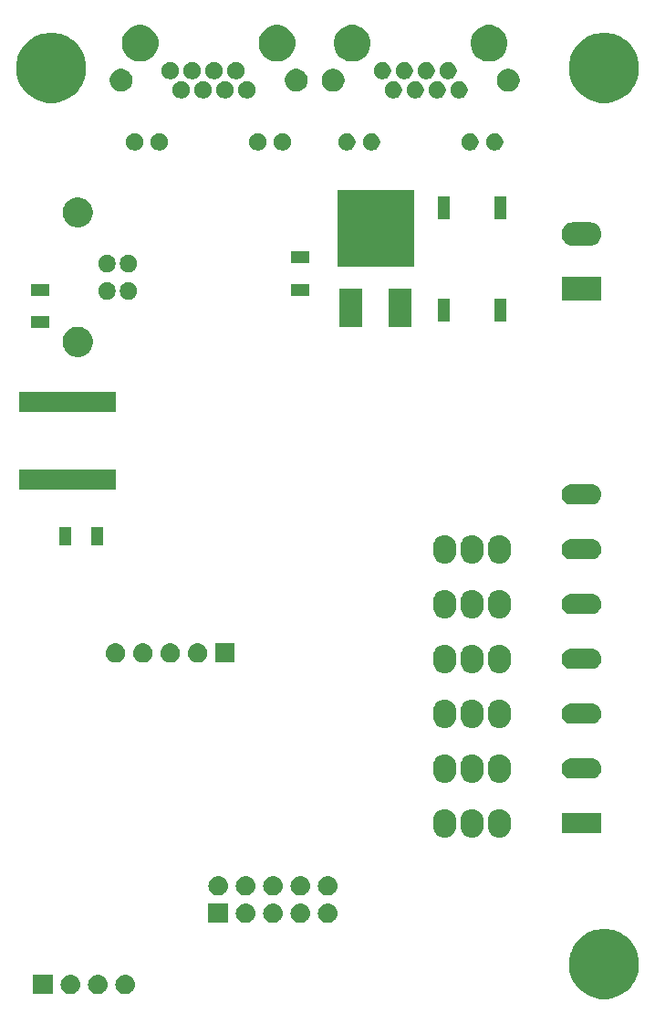
<source format=gbr>
G04 #@! TF.GenerationSoftware,KiCad,Pcbnew,(5.0.2)-1*
G04 #@! TF.CreationDate,2019-01-28T20:15:30+01:00*
G04 #@! TF.ProjectId,plyta_glowna,706c7974-615f-4676-9c6f-776e612e6b69,rev?*
G04 #@! TF.SameCoordinates,Original*
G04 #@! TF.FileFunction,Soldermask,Bot*
G04 #@! TF.FilePolarity,Negative*
%FSLAX46Y46*%
G04 Gerber Fmt 4.6, Leading zero omitted, Abs format (unit mm)*
G04 Created by KiCad (PCBNEW (5.0.2)-1) date 2019-01-28 20:15:30*
%MOMM*%
%LPD*%
G01*
G04 APERTURE LIST*
%ADD10C,0.100000*%
G04 APERTURE END LIST*
D10*
G36*
X94868239Y-112635467D02*
X95182282Y-112697934D01*
X95773926Y-112943001D01*
X96063523Y-113136504D01*
X96306395Y-113298786D01*
X96759214Y-113751605D01*
X96759216Y-113751608D01*
X97114999Y-114284074D01*
X97236724Y-114577944D01*
X97360066Y-114875719D01*
X97485000Y-115503803D01*
X97485000Y-116144197D01*
X97422533Y-116458239D01*
X97360066Y-116772282D01*
X97114999Y-117363926D01*
X96871064Y-117729000D01*
X96759214Y-117896395D01*
X96306395Y-118349214D01*
X96306392Y-118349216D01*
X95773926Y-118704999D01*
X95182282Y-118950066D01*
X94868239Y-119012533D01*
X94554197Y-119075000D01*
X93913803Y-119075000D01*
X93599761Y-119012533D01*
X93285718Y-118950066D01*
X92694074Y-118704999D01*
X92161608Y-118349216D01*
X92161605Y-118349214D01*
X91708786Y-117896395D01*
X91596936Y-117729000D01*
X91353001Y-117363926D01*
X91107934Y-116772282D01*
X91045467Y-116458239D01*
X90983000Y-116144197D01*
X90983000Y-115503803D01*
X91107934Y-114875719D01*
X91231276Y-114577944D01*
X91353001Y-114284074D01*
X91708784Y-113751608D01*
X91708786Y-113751605D01*
X92161605Y-113298786D01*
X92404477Y-113136504D01*
X92694074Y-112943001D01*
X93285718Y-112697934D01*
X93599761Y-112635467D01*
X93913803Y-112573000D01*
X94554197Y-112573000D01*
X94868239Y-112635467D01*
X94868239Y-112635467D01*
G37*
G36*
X49894443Y-116834519D02*
X49960627Y-116841037D01*
X50073853Y-116875384D01*
X50130467Y-116892557D01*
X50269087Y-116966652D01*
X50286991Y-116976222D01*
X50322729Y-117005552D01*
X50424186Y-117088814D01*
X50507448Y-117190271D01*
X50536778Y-117226009D01*
X50536779Y-117226011D01*
X50620443Y-117382533D01*
X50637616Y-117439147D01*
X50671963Y-117552373D01*
X50689359Y-117729000D01*
X50671963Y-117905627D01*
X50651812Y-117972056D01*
X50620443Y-118075467D01*
X50546348Y-118214087D01*
X50536778Y-118231991D01*
X50507448Y-118267729D01*
X50424186Y-118369186D01*
X50322729Y-118452448D01*
X50286991Y-118481778D01*
X50286989Y-118481779D01*
X50130467Y-118565443D01*
X50073853Y-118582616D01*
X49960627Y-118616963D01*
X49894442Y-118623482D01*
X49828260Y-118630000D01*
X49739740Y-118630000D01*
X49673558Y-118623482D01*
X49607373Y-118616963D01*
X49494147Y-118582616D01*
X49437533Y-118565443D01*
X49281011Y-118481779D01*
X49281009Y-118481778D01*
X49245271Y-118452448D01*
X49143814Y-118369186D01*
X49060552Y-118267729D01*
X49031222Y-118231991D01*
X49021652Y-118214087D01*
X48947557Y-118075467D01*
X48916188Y-117972056D01*
X48896037Y-117905627D01*
X48878641Y-117729000D01*
X48896037Y-117552373D01*
X48930384Y-117439147D01*
X48947557Y-117382533D01*
X49031221Y-117226011D01*
X49031222Y-117226009D01*
X49060552Y-117190271D01*
X49143814Y-117088814D01*
X49245271Y-117005552D01*
X49281009Y-116976222D01*
X49298913Y-116966652D01*
X49437533Y-116892557D01*
X49494147Y-116875384D01*
X49607373Y-116841037D01*
X49673557Y-116834519D01*
X49739740Y-116828000D01*
X49828260Y-116828000D01*
X49894443Y-116834519D01*
X49894443Y-116834519D01*
G37*
G36*
X47354443Y-116834519D02*
X47420627Y-116841037D01*
X47533853Y-116875384D01*
X47590467Y-116892557D01*
X47729087Y-116966652D01*
X47746991Y-116976222D01*
X47782729Y-117005552D01*
X47884186Y-117088814D01*
X47967448Y-117190271D01*
X47996778Y-117226009D01*
X47996779Y-117226011D01*
X48080443Y-117382533D01*
X48097616Y-117439147D01*
X48131963Y-117552373D01*
X48149359Y-117729000D01*
X48131963Y-117905627D01*
X48111812Y-117972056D01*
X48080443Y-118075467D01*
X48006348Y-118214087D01*
X47996778Y-118231991D01*
X47967448Y-118267729D01*
X47884186Y-118369186D01*
X47782729Y-118452448D01*
X47746991Y-118481778D01*
X47746989Y-118481779D01*
X47590467Y-118565443D01*
X47533853Y-118582616D01*
X47420627Y-118616963D01*
X47354442Y-118623482D01*
X47288260Y-118630000D01*
X47199740Y-118630000D01*
X47133558Y-118623482D01*
X47067373Y-118616963D01*
X46954147Y-118582616D01*
X46897533Y-118565443D01*
X46741011Y-118481779D01*
X46741009Y-118481778D01*
X46705271Y-118452448D01*
X46603814Y-118369186D01*
X46520552Y-118267729D01*
X46491222Y-118231991D01*
X46481652Y-118214087D01*
X46407557Y-118075467D01*
X46376188Y-117972056D01*
X46356037Y-117905627D01*
X46338641Y-117729000D01*
X46356037Y-117552373D01*
X46390384Y-117439147D01*
X46407557Y-117382533D01*
X46491221Y-117226011D01*
X46491222Y-117226009D01*
X46520552Y-117190271D01*
X46603814Y-117088814D01*
X46705271Y-117005552D01*
X46741009Y-116976222D01*
X46758913Y-116966652D01*
X46897533Y-116892557D01*
X46954147Y-116875384D01*
X47067373Y-116841037D01*
X47133557Y-116834519D01*
X47199740Y-116828000D01*
X47288260Y-116828000D01*
X47354443Y-116834519D01*
X47354443Y-116834519D01*
G37*
G36*
X43065000Y-118630000D02*
X41263000Y-118630000D01*
X41263000Y-116828000D01*
X43065000Y-116828000D01*
X43065000Y-118630000D01*
X43065000Y-118630000D01*
G37*
G36*
X44814443Y-116834519D02*
X44880627Y-116841037D01*
X44993853Y-116875384D01*
X45050467Y-116892557D01*
X45189087Y-116966652D01*
X45206991Y-116976222D01*
X45242729Y-117005552D01*
X45344186Y-117088814D01*
X45427448Y-117190271D01*
X45456778Y-117226009D01*
X45456779Y-117226011D01*
X45540443Y-117382533D01*
X45557616Y-117439147D01*
X45591963Y-117552373D01*
X45609359Y-117729000D01*
X45591963Y-117905627D01*
X45571812Y-117972056D01*
X45540443Y-118075467D01*
X45466348Y-118214087D01*
X45456778Y-118231991D01*
X45427448Y-118267729D01*
X45344186Y-118369186D01*
X45242729Y-118452448D01*
X45206991Y-118481778D01*
X45206989Y-118481779D01*
X45050467Y-118565443D01*
X44993853Y-118582616D01*
X44880627Y-118616963D01*
X44814442Y-118623482D01*
X44748260Y-118630000D01*
X44659740Y-118630000D01*
X44593558Y-118623482D01*
X44527373Y-118616963D01*
X44414147Y-118582616D01*
X44357533Y-118565443D01*
X44201011Y-118481779D01*
X44201009Y-118481778D01*
X44165271Y-118452448D01*
X44063814Y-118369186D01*
X43980552Y-118267729D01*
X43951222Y-118231991D01*
X43941652Y-118214087D01*
X43867557Y-118075467D01*
X43836188Y-117972056D01*
X43816037Y-117905627D01*
X43798641Y-117729000D01*
X43816037Y-117552373D01*
X43850384Y-117439147D01*
X43867557Y-117382533D01*
X43951221Y-117226011D01*
X43951222Y-117226009D01*
X43980552Y-117190271D01*
X44063814Y-117088814D01*
X44165271Y-117005552D01*
X44201009Y-116976222D01*
X44218913Y-116966652D01*
X44357533Y-116892557D01*
X44414147Y-116875384D01*
X44527373Y-116841037D01*
X44593557Y-116834519D01*
X44659740Y-116828000D01*
X44748260Y-116828000D01*
X44814443Y-116834519D01*
X44814443Y-116834519D01*
G37*
G36*
X59321000Y-112026000D02*
X57519000Y-112026000D01*
X57519000Y-110224000D01*
X59321000Y-110224000D01*
X59321000Y-112026000D01*
X59321000Y-112026000D01*
G37*
G36*
X68690443Y-110230519D02*
X68756627Y-110237037D01*
X68869853Y-110271384D01*
X68926467Y-110288557D01*
X69065087Y-110362652D01*
X69082991Y-110372222D01*
X69118729Y-110401552D01*
X69220186Y-110484814D01*
X69303448Y-110586271D01*
X69332778Y-110622009D01*
X69332779Y-110622011D01*
X69416443Y-110778533D01*
X69416443Y-110778534D01*
X69467963Y-110948373D01*
X69485359Y-111125000D01*
X69467963Y-111301627D01*
X69433616Y-111414853D01*
X69416443Y-111471467D01*
X69342348Y-111610087D01*
X69332778Y-111627991D01*
X69303448Y-111663729D01*
X69220186Y-111765186D01*
X69118729Y-111848448D01*
X69082991Y-111877778D01*
X69082989Y-111877779D01*
X68926467Y-111961443D01*
X68869853Y-111978616D01*
X68756627Y-112012963D01*
X68690442Y-112019482D01*
X68624260Y-112026000D01*
X68535740Y-112026000D01*
X68469558Y-112019482D01*
X68403373Y-112012963D01*
X68290147Y-111978616D01*
X68233533Y-111961443D01*
X68077011Y-111877779D01*
X68077009Y-111877778D01*
X68041271Y-111848448D01*
X67939814Y-111765186D01*
X67856552Y-111663729D01*
X67827222Y-111627991D01*
X67817652Y-111610087D01*
X67743557Y-111471467D01*
X67726384Y-111414853D01*
X67692037Y-111301627D01*
X67674641Y-111125000D01*
X67692037Y-110948373D01*
X67743557Y-110778534D01*
X67743557Y-110778533D01*
X67827221Y-110622011D01*
X67827222Y-110622009D01*
X67856552Y-110586271D01*
X67939814Y-110484814D01*
X68041271Y-110401552D01*
X68077009Y-110372222D01*
X68094913Y-110362652D01*
X68233533Y-110288557D01*
X68290147Y-110271384D01*
X68403373Y-110237037D01*
X68469557Y-110230519D01*
X68535740Y-110224000D01*
X68624260Y-110224000D01*
X68690443Y-110230519D01*
X68690443Y-110230519D01*
G37*
G36*
X66150443Y-110230519D02*
X66216627Y-110237037D01*
X66329853Y-110271384D01*
X66386467Y-110288557D01*
X66525087Y-110362652D01*
X66542991Y-110372222D01*
X66578729Y-110401552D01*
X66680186Y-110484814D01*
X66763448Y-110586271D01*
X66792778Y-110622009D01*
X66792779Y-110622011D01*
X66876443Y-110778533D01*
X66876443Y-110778534D01*
X66927963Y-110948373D01*
X66945359Y-111125000D01*
X66927963Y-111301627D01*
X66893616Y-111414853D01*
X66876443Y-111471467D01*
X66802348Y-111610087D01*
X66792778Y-111627991D01*
X66763448Y-111663729D01*
X66680186Y-111765186D01*
X66578729Y-111848448D01*
X66542991Y-111877778D01*
X66542989Y-111877779D01*
X66386467Y-111961443D01*
X66329853Y-111978616D01*
X66216627Y-112012963D01*
X66150442Y-112019482D01*
X66084260Y-112026000D01*
X65995740Y-112026000D01*
X65929558Y-112019482D01*
X65863373Y-112012963D01*
X65750147Y-111978616D01*
X65693533Y-111961443D01*
X65537011Y-111877779D01*
X65537009Y-111877778D01*
X65501271Y-111848448D01*
X65399814Y-111765186D01*
X65316552Y-111663729D01*
X65287222Y-111627991D01*
X65277652Y-111610087D01*
X65203557Y-111471467D01*
X65186384Y-111414853D01*
X65152037Y-111301627D01*
X65134641Y-111125000D01*
X65152037Y-110948373D01*
X65203557Y-110778534D01*
X65203557Y-110778533D01*
X65287221Y-110622011D01*
X65287222Y-110622009D01*
X65316552Y-110586271D01*
X65399814Y-110484814D01*
X65501271Y-110401552D01*
X65537009Y-110372222D01*
X65554913Y-110362652D01*
X65693533Y-110288557D01*
X65750147Y-110271384D01*
X65863373Y-110237037D01*
X65929557Y-110230519D01*
X65995740Y-110224000D01*
X66084260Y-110224000D01*
X66150443Y-110230519D01*
X66150443Y-110230519D01*
G37*
G36*
X63610443Y-110230519D02*
X63676627Y-110237037D01*
X63789853Y-110271384D01*
X63846467Y-110288557D01*
X63985087Y-110362652D01*
X64002991Y-110372222D01*
X64038729Y-110401552D01*
X64140186Y-110484814D01*
X64223448Y-110586271D01*
X64252778Y-110622009D01*
X64252779Y-110622011D01*
X64336443Y-110778533D01*
X64336443Y-110778534D01*
X64387963Y-110948373D01*
X64405359Y-111125000D01*
X64387963Y-111301627D01*
X64353616Y-111414853D01*
X64336443Y-111471467D01*
X64262348Y-111610087D01*
X64252778Y-111627991D01*
X64223448Y-111663729D01*
X64140186Y-111765186D01*
X64038729Y-111848448D01*
X64002991Y-111877778D01*
X64002989Y-111877779D01*
X63846467Y-111961443D01*
X63789853Y-111978616D01*
X63676627Y-112012963D01*
X63610442Y-112019482D01*
X63544260Y-112026000D01*
X63455740Y-112026000D01*
X63389558Y-112019482D01*
X63323373Y-112012963D01*
X63210147Y-111978616D01*
X63153533Y-111961443D01*
X62997011Y-111877779D01*
X62997009Y-111877778D01*
X62961271Y-111848448D01*
X62859814Y-111765186D01*
X62776552Y-111663729D01*
X62747222Y-111627991D01*
X62737652Y-111610087D01*
X62663557Y-111471467D01*
X62646384Y-111414853D01*
X62612037Y-111301627D01*
X62594641Y-111125000D01*
X62612037Y-110948373D01*
X62663557Y-110778534D01*
X62663557Y-110778533D01*
X62747221Y-110622011D01*
X62747222Y-110622009D01*
X62776552Y-110586271D01*
X62859814Y-110484814D01*
X62961271Y-110401552D01*
X62997009Y-110372222D01*
X63014913Y-110362652D01*
X63153533Y-110288557D01*
X63210147Y-110271384D01*
X63323373Y-110237037D01*
X63389557Y-110230519D01*
X63455740Y-110224000D01*
X63544260Y-110224000D01*
X63610443Y-110230519D01*
X63610443Y-110230519D01*
G37*
G36*
X61070443Y-110230519D02*
X61136627Y-110237037D01*
X61249853Y-110271384D01*
X61306467Y-110288557D01*
X61445087Y-110362652D01*
X61462991Y-110372222D01*
X61498729Y-110401552D01*
X61600186Y-110484814D01*
X61683448Y-110586271D01*
X61712778Y-110622009D01*
X61712779Y-110622011D01*
X61796443Y-110778533D01*
X61796443Y-110778534D01*
X61847963Y-110948373D01*
X61865359Y-111125000D01*
X61847963Y-111301627D01*
X61813616Y-111414853D01*
X61796443Y-111471467D01*
X61722348Y-111610087D01*
X61712778Y-111627991D01*
X61683448Y-111663729D01*
X61600186Y-111765186D01*
X61498729Y-111848448D01*
X61462991Y-111877778D01*
X61462989Y-111877779D01*
X61306467Y-111961443D01*
X61249853Y-111978616D01*
X61136627Y-112012963D01*
X61070442Y-112019482D01*
X61004260Y-112026000D01*
X60915740Y-112026000D01*
X60849558Y-112019482D01*
X60783373Y-112012963D01*
X60670147Y-111978616D01*
X60613533Y-111961443D01*
X60457011Y-111877779D01*
X60457009Y-111877778D01*
X60421271Y-111848448D01*
X60319814Y-111765186D01*
X60236552Y-111663729D01*
X60207222Y-111627991D01*
X60197652Y-111610087D01*
X60123557Y-111471467D01*
X60106384Y-111414853D01*
X60072037Y-111301627D01*
X60054641Y-111125000D01*
X60072037Y-110948373D01*
X60123557Y-110778534D01*
X60123557Y-110778533D01*
X60207221Y-110622011D01*
X60207222Y-110622009D01*
X60236552Y-110586271D01*
X60319814Y-110484814D01*
X60421271Y-110401552D01*
X60457009Y-110372222D01*
X60474913Y-110362652D01*
X60613533Y-110288557D01*
X60670147Y-110271384D01*
X60783373Y-110237037D01*
X60849557Y-110230519D01*
X60915740Y-110224000D01*
X61004260Y-110224000D01*
X61070443Y-110230519D01*
X61070443Y-110230519D01*
G37*
G36*
X58530443Y-107690519D02*
X58596627Y-107697037D01*
X58709853Y-107731384D01*
X58766467Y-107748557D01*
X58905087Y-107822652D01*
X58922991Y-107832222D01*
X58958729Y-107861552D01*
X59060186Y-107944814D01*
X59143448Y-108046271D01*
X59172778Y-108082009D01*
X59172779Y-108082011D01*
X59256443Y-108238533D01*
X59256443Y-108238534D01*
X59307963Y-108408373D01*
X59325359Y-108585000D01*
X59307963Y-108761627D01*
X59273616Y-108874853D01*
X59256443Y-108931467D01*
X59182348Y-109070087D01*
X59172778Y-109087991D01*
X59143448Y-109123729D01*
X59060186Y-109225186D01*
X58958729Y-109308448D01*
X58922991Y-109337778D01*
X58922989Y-109337779D01*
X58766467Y-109421443D01*
X58709853Y-109438616D01*
X58596627Y-109472963D01*
X58530442Y-109479482D01*
X58464260Y-109486000D01*
X58375740Y-109486000D01*
X58309558Y-109479482D01*
X58243373Y-109472963D01*
X58130147Y-109438616D01*
X58073533Y-109421443D01*
X57917011Y-109337779D01*
X57917009Y-109337778D01*
X57881271Y-109308448D01*
X57779814Y-109225186D01*
X57696552Y-109123729D01*
X57667222Y-109087991D01*
X57657652Y-109070087D01*
X57583557Y-108931467D01*
X57566384Y-108874853D01*
X57532037Y-108761627D01*
X57514641Y-108585000D01*
X57532037Y-108408373D01*
X57583557Y-108238534D01*
X57583557Y-108238533D01*
X57667221Y-108082011D01*
X57667222Y-108082009D01*
X57696552Y-108046271D01*
X57779814Y-107944814D01*
X57881271Y-107861552D01*
X57917009Y-107832222D01*
X57934913Y-107822652D01*
X58073533Y-107748557D01*
X58130147Y-107731384D01*
X58243373Y-107697037D01*
X58309557Y-107690519D01*
X58375740Y-107684000D01*
X58464260Y-107684000D01*
X58530443Y-107690519D01*
X58530443Y-107690519D01*
G37*
G36*
X61070443Y-107690519D02*
X61136627Y-107697037D01*
X61249853Y-107731384D01*
X61306467Y-107748557D01*
X61445087Y-107822652D01*
X61462991Y-107832222D01*
X61498729Y-107861552D01*
X61600186Y-107944814D01*
X61683448Y-108046271D01*
X61712778Y-108082009D01*
X61712779Y-108082011D01*
X61796443Y-108238533D01*
X61796443Y-108238534D01*
X61847963Y-108408373D01*
X61865359Y-108585000D01*
X61847963Y-108761627D01*
X61813616Y-108874853D01*
X61796443Y-108931467D01*
X61722348Y-109070087D01*
X61712778Y-109087991D01*
X61683448Y-109123729D01*
X61600186Y-109225186D01*
X61498729Y-109308448D01*
X61462991Y-109337778D01*
X61462989Y-109337779D01*
X61306467Y-109421443D01*
X61249853Y-109438616D01*
X61136627Y-109472963D01*
X61070442Y-109479482D01*
X61004260Y-109486000D01*
X60915740Y-109486000D01*
X60849558Y-109479482D01*
X60783373Y-109472963D01*
X60670147Y-109438616D01*
X60613533Y-109421443D01*
X60457011Y-109337779D01*
X60457009Y-109337778D01*
X60421271Y-109308448D01*
X60319814Y-109225186D01*
X60236552Y-109123729D01*
X60207222Y-109087991D01*
X60197652Y-109070087D01*
X60123557Y-108931467D01*
X60106384Y-108874853D01*
X60072037Y-108761627D01*
X60054641Y-108585000D01*
X60072037Y-108408373D01*
X60123557Y-108238534D01*
X60123557Y-108238533D01*
X60207221Y-108082011D01*
X60207222Y-108082009D01*
X60236552Y-108046271D01*
X60319814Y-107944814D01*
X60421271Y-107861552D01*
X60457009Y-107832222D01*
X60474913Y-107822652D01*
X60613533Y-107748557D01*
X60670147Y-107731384D01*
X60783373Y-107697037D01*
X60849557Y-107690519D01*
X60915740Y-107684000D01*
X61004260Y-107684000D01*
X61070443Y-107690519D01*
X61070443Y-107690519D01*
G37*
G36*
X63610443Y-107690519D02*
X63676627Y-107697037D01*
X63789853Y-107731384D01*
X63846467Y-107748557D01*
X63985087Y-107822652D01*
X64002991Y-107832222D01*
X64038729Y-107861552D01*
X64140186Y-107944814D01*
X64223448Y-108046271D01*
X64252778Y-108082009D01*
X64252779Y-108082011D01*
X64336443Y-108238533D01*
X64336443Y-108238534D01*
X64387963Y-108408373D01*
X64405359Y-108585000D01*
X64387963Y-108761627D01*
X64353616Y-108874853D01*
X64336443Y-108931467D01*
X64262348Y-109070087D01*
X64252778Y-109087991D01*
X64223448Y-109123729D01*
X64140186Y-109225186D01*
X64038729Y-109308448D01*
X64002991Y-109337778D01*
X64002989Y-109337779D01*
X63846467Y-109421443D01*
X63789853Y-109438616D01*
X63676627Y-109472963D01*
X63610442Y-109479482D01*
X63544260Y-109486000D01*
X63455740Y-109486000D01*
X63389558Y-109479482D01*
X63323373Y-109472963D01*
X63210147Y-109438616D01*
X63153533Y-109421443D01*
X62997011Y-109337779D01*
X62997009Y-109337778D01*
X62961271Y-109308448D01*
X62859814Y-109225186D01*
X62776552Y-109123729D01*
X62747222Y-109087991D01*
X62737652Y-109070087D01*
X62663557Y-108931467D01*
X62646384Y-108874853D01*
X62612037Y-108761627D01*
X62594641Y-108585000D01*
X62612037Y-108408373D01*
X62663557Y-108238534D01*
X62663557Y-108238533D01*
X62747221Y-108082011D01*
X62747222Y-108082009D01*
X62776552Y-108046271D01*
X62859814Y-107944814D01*
X62961271Y-107861552D01*
X62997009Y-107832222D01*
X63014913Y-107822652D01*
X63153533Y-107748557D01*
X63210147Y-107731384D01*
X63323373Y-107697037D01*
X63389557Y-107690519D01*
X63455740Y-107684000D01*
X63544260Y-107684000D01*
X63610443Y-107690519D01*
X63610443Y-107690519D01*
G37*
G36*
X68690443Y-107690519D02*
X68756627Y-107697037D01*
X68869853Y-107731384D01*
X68926467Y-107748557D01*
X69065087Y-107822652D01*
X69082991Y-107832222D01*
X69118729Y-107861552D01*
X69220186Y-107944814D01*
X69303448Y-108046271D01*
X69332778Y-108082009D01*
X69332779Y-108082011D01*
X69416443Y-108238533D01*
X69416443Y-108238534D01*
X69467963Y-108408373D01*
X69485359Y-108585000D01*
X69467963Y-108761627D01*
X69433616Y-108874853D01*
X69416443Y-108931467D01*
X69342348Y-109070087D01*
X69332778Y-109087991D01*
X69303448Y-109123729D01*
X69220186Y-109225186D01*
X69118729Y-109308448D01*
X69082991Y-109337778D01*
X69082989Y-109337779D01*
X68926467Y-109421443D01*
X68869853Y-109438616D01*
X68756627Y-109472963D01*
X68690442Y-109479482D01*
X68624260Y-109486000D01*
X68535740Y-109486000D01*
X68469558Y-109479482D01*
X68403373Y-109472963D01*
X68290147Y-109438616D01*
X68233533Y-109421443D01*
X68077011Y-109337779D01*
X68077009Y-109337778D01*
X68041271Y-109308448D01*
X67939814Y-109225186D01*
X67856552Y-109123729D01*
X67827222Y-109087991D01*
X67817652Y-109070087D01*
X67743557Y-108931467D01*
X67726384Y-108874853D01*
X67692037Y-108761627D01*
X67674641Y-108585000D01*
X67692037Y-108408373D01*
X67743557Y-108238534D01*
X67743557Y-108238533D01*
X67827221Y-108082011D01*
X67827222Y-108082009D01*
X67856552Y-108046271D01*
X67939814Y-107944814D01*
X68041271Y-107861552D01*
X68077009Y-107832222D01*
X68094913Y-107822652D01*
X68233533Y-107748557D01*
X68290147Y-107731384D01*
X68403373Y-107697037D01*
X68469557Y-107690519D01*
X68535740Y-107684000D01*
X68624260Y-107684000D01*
X68690443Y-107690519D01*
X68690443Y-107690519D01*
G37*
G36*
X66150443Y-107690519D02*
X66216627Y-107697037D01*
X66329853Y-107731384D01*
X66386467Y-107748557D01*
X66525087Y-107822652D01*
X66542991Y-107832222D01*
X66578729Y-107861552D01*
X66680186Y-107944814D01*
X66763448Y-108046271D01*
X66792778Y-108082009D01*
X66792779Y-108082011D01*
X66876443Y-108238533D01*
X66876443Y-108238534D01*
X66927963Y-108408373D01*
X66945359Y-108585000D01*
X66927963Y-108761627D01*
X66893616Y-108874853D01*
X66876443Y-108931467D01*
X66802348Y-109070087D01*
X66792778Y-109087991D01*
X66763448Y-109123729D01*
X66680186Y-109225186D01*
X66578729Y-109308448D01*
X66542991Y-109337778D01*
X66542989Y-109337779D01*
X66386467Y-109421443D01*
X66329853Y-109438616D01*
X66216627Y-109472963D01*
X66150442Y-109479482D01*
X66084260Y-109486000D01*
X65995740Y-109486000D01*
X65929558Y-109479482D01*
X65863373Y-109472963D01*
X65750147Y-109438616D01*
X65693533Y-109421443D01*
X65537011Y-109337779D01*
X65537009Y-109337778D01*
X65501271Y-109308448D01*
X65399814Y-109225186D01*
X65316552Y-109123729D01*
X65287222Y-109087991D01*
X65277652Y-109070087D01*
X65203557Y-108931467D01*
X65186384Y-108874853D01*
X65152037Y-108761627D01*
X65134641Y-108585000D01*
X65152037Y-108408373D01*
X65203557Y-108238534D01*
X65203557Y-108238533D01*
X65287221Y-108082011D01*
X65287222Y-108082009D01*
X65316552Y-108046271D01*
X65399814Y-107944814D01*
X65501271Y-107861552D01*
X65537009Y-107832222D01*
X65554913Y-107822652D01*
X65693533Y-107748557D01*
X65750147Y-107731384D01*
X65863373Y-107697037D01*
X65929557Y-107690519D01*
X65995740Y-107684000D01*
X66084260Y-107684000D01*
X66150443Y-107690519D01*
X66150443Y-107690519D01*
G37*
G36*
X82194488Y-101470679D02*
X82395619Y-101531691D01*
X82428219Y-101549116D01*
X82580982Y-101630769D01*
X82743453Y-101764107D01*
X82876791Y-101926578D01*
X82958443Y-102079341D01*
X82975869Y-102111942D01*
X83036881Y-102313073D01*
X83052320Y-102469830D01*
X83052320Y-103082651D01*
X83036881Y-103239408D01*
X82975869Y-103440539D01*
X82975866Y-103440544D01*
X82876791Y-103625902D01*
X82743453Y-103788373D01*
X82580981Y-103921711D01*
X82441345Y-103996348D01*
X82395618Y-104020789D01*
X82194487Y-104081801D01*
X81985320Y-104102402D01*
X81776152Y-104081801D01*
X81575021Y-104020789D01*
X81542421Y-104003364D01*
X81389658Y-103921711D01*
X81227187Y-103788373D01*
X81093849Y-103625901D01*
X81019212Y-103486265D01*
X80994771Y-103440538D01*
X80933759Y-103239407D01*
X80918320Y-103082650D01*
X80918320Y-102469829D01*
X80933759Y-102313072D01*
X80994771Y-102111941D01*
X81040892Y-102025657D01*
X81093851Y-101926577D01*
X81227188Y-101764107D01*
X81389659Y-101630769D01*
X81542422Y-101549116D01*
X81575022Y-101531691D01*
X81776153Y-101470679D01*
X81985320Y-101450078D01*
X82194488Y-101470679D01*
X82194488Y-101470679D01*
G37*
G36*
X84734488Y-101470679D02*
X84935619Y-101531691D01*
X84968219Y-101549116D01*
X85120982Y-101630769D01*
X85283453Y-101764107D01*
X85416791Y-101926578D01*
X85498443Y-102079341D01*
X85515869Y-102111942D01*
X85576881Y-102313073D01*
X85592320Y-102469830D01*
X85592320Y-103082651D01*
X85576881Y-103239408D01*
X85515869Y-103440539D01*
X85515866Y-103440544D01*
X85416791Y-103625902D01*
X85283453Y-103788373D01*
X85120981Y-103921711D01*
X84981345Y-103996348D01*
X84935618Y-104020789D01*
X84734487Y-104081801D01*
X84525320Y-104102402D01*
X84316152Y-104081801D01*
X84115021Y-104020789D01*
X84082421Y-104003364D01*
X83929658Y-103921711D01*
X83767187Y-103788373D01*
X83633849Y-103625901D01*
X83559212Y-103486265D01*
X83534771Y-103440538D01*
X83473759Y-103239407D01*
X83458320Y-103082650D01*
X83458320Y-102469829D01*
X83473759Y-102313072D01*
X83534771Y-102111941D01*
X83580892Y-102025657D01*
X83633851Y-101926577D01*
X83767188Y-101764107D01*
X83929659Y-101630769D01*
X84082422Y-101549116D01*
X84115022Y-101531691D01*
X84316153Y-101470679D01*
X84525320Y-101450078D01*
X84734488Y-101470679D01*
X84734488Y-101470679D01*
G37*
G36*
X79654488Y-101470679D02*
X79855619Y-101531691D01*
X79888219Y-101549116D01*
X80040982Y-101630769D01*
X80203453Y-101764107D01*
X80336791Y-101926578D01*
X80418443Y-102079341D01*
X80435869Y-102111942D01*
X80496881Y-102313073D01*
X80512320Y-102469830D01*
X80512320Y-103082651D01*
X80496881Y-103239408D01*
X80435869Y-103440539D01*
X80435866Y-103440544D01*
X80336791Y-103625902D01*
X80203453Y-103788373D01*
X80040981Y-103921711D01*
X79901345Y-103996348D01*
X79855618Y-104020789D01*
X79654487Y-104081801D01*
X79445320Y-104102402D01*
X79236152Y-104081801D01*
X79035021Y-104020789D01*
X79002421Y-104003364D01*
X78849658Y-103921711D01*
X78687187Y-103788373D01*
X78553849Y-103625901D01*
X78479212Y-103486265D01*
X78454771Y-103440538D01*
X78393759Y-103239407D01*
X78378320Y-103082650D01*
X78378320Y-102469829D01*
X78393759Y-102313072D01*
X78454771Y-102111941D01*
X78500892Y-102025657D01*
X78553851Y-101926577D01*
X78687188Y-101764107D01*
X78849659Y-101630769D01*
X79002422Y-101549116D01*
X79035022Y-101531691D01*
X79236153Y-101470679D01*
X79445320Y-101450078D01*
X79654488Y-101470679D01*
X79654488Y-101470679D01*
G37*
G36*
X93996320Y-103727240D02*
X90294320Y-103727240D01*
X90294320Y-101825240D01*
X93996320Y-101825240D01*
X93996320Y-103727240D01*
X93996320Y-103727240D01*
G37*
G36*
X84734488Y-96390679D02*
X84935619Y-96451691D01*
X84968219Y-96469116D01*
X85120982Y-96550769D01*
X85283453Y-96684107D01*
X85416791Y-96846578D01*
X85498443Y-96999341D01*
X85515869Y-97031942D01*
X85576881Y-97233073D01*
X85592320Y-97389830D01*
X85592320Y-98002651D01*
X85576881Y-98159408D01*
X85515869Y-98360539D01*
X85498444Y-98393139D01*
X85416791Y-98545902D01*
X85283453Y-98708373D01*
X85120981Y-98841711D01*
X84981345Y-98916348D01*
X84935618Y-98940789D01*
X84734487Y-99001801D01*
X84525320Y-99022402D01*
X84316152Y-99001801D01*
X84115021Y-98940789D01*
X84082421Y-98923364D01*
X83929658Y-98841711D01*
X83767187Y-98708373D01*
X83633849Y-98545901D01*
X83540872Y-98371952D01*
X83534771Y-98360538D01*
X83473759Y-98159407D01*
X83458320Y-98002650D01*
X83458320Y-97389829D01*
X83473759Y-97233072D01*
X83534771Y-97031941D01*
X83604394Y-96901688D01*
X83633851Y-96846577D01*
X83767188Y-96684107D01*
X83929659Y-96550769D01*
X84082422Y-96469116D01*
X84115022Y-96451691D01*
X84316153Y-96390679D01*
X84525320Y-96370078D01*
X84734488Y-96390679D01*
X84734488Y-96390679D01*
G37*
G36*
X82194488Y-96390679D02*
X82395619Y-96451691D01*
X82428219Y-96469116D01*
X82580982Y-96550769D01*
X82743453Y-96684107D01*
X82876791Y-96846578D01*
X82958443Y-96999341D01*
X82975869Y-97031942D01*
X83036881Y-97233073D01*
X83052320Y-97389830D01*
X83052320Y-98002651D01*
X83036881Y-98159408D01*
X82975869Y-98360539D01*
X82958444Y-98393139D01*
X82876791Y-98545902D01*
X82743453Y-98708373D01*
X82580981Y-98841711D01*
X82441345Y-98916348D01*
X82395618Y-98940789D01*
X82194487Y-99001801D01*
X81985320Y-99022402D01*
X81776152Y-99001801D01*
X81575021Y-98940789D01*
X81542421Y-98923364D01*
X81389658Y-98841711D01*
X81227187Y-98708373D01*
X81093849Y-98545901D01*
X81000872Y-98371952D01*
X80994771Y-98360538D01*
X80933759Y-98159407D01*
X80918320Y-98002650D01*
X80918320Y-97389829D01*
X80933759Y-97233072D01*
X80994771Y-97031941D01*
X81064394Y-96901688D01*
X81093851Y-96846577D01*
X81227188Y-96684107D01*
X81389659Y-96550769D01*
X81542422Y-96469116D01*
X81575022Y-96451691D01*
X81776153Y-96390679D01*
X81985320Y-96370078D01*
X82194488Y-96390679D01*
X82194488Y-96390679D01*
G37*
G36*
X79654488Y-96390679D02*
X79855619Y-96451691D01*
X79888219Y-96469116D01*
X80040982Y-96550769D01*
X80203453Y-96684107D01*
X80336791Y-96846578D01*
X80418443Y-96999341D01*
X80435869Y-97031942D01*
X80496881Y-97233073D01*
X80512320Y-97389830D01*
X80512320Y-98002651D01*
X80496881Y-98159408D01*
X80435869Y-98360539D01*
X80418444Y-98393139D01*
X80336791Y-98545902D01*
X80203453Y-98708373D01*
X80040981Y-98841711D01*
X79901345Y-98916348D01*
X79855618Y-98940789D01*
X79654487Y-99001801D01*
X79445320Y-99022402D01*
X79236152Y-99001801D01*
X79035021Y-98940789D01*
X79002421Y-98923364D01*
X78849658Y-98841711D01*
X78687187Y-98708373D01*
X78553849Y-98545901D01*
X78460872Y-98371952D01*
X78454771Y-98360538D01*
X78393759Y-98159407D01*
X78378320Y-98002650D01*
X78378320Y-97389829D01*
X78393759Y-97233072D01*
X78454771Y-97031941D01*
X78524394Y-96901688D01*
X78553851Y-96846577D01*
X78687188Y-96684107D01*
X78849659Y-96550769D01*
X79002422Y-96469116D01*
X79035022Y-96451691D01*
X79236153Y-96390679D01*
X79445320Y-96370078D01*
X79654488Y-96390679D01*
X79654488Y-96390679D01*
G37*
G36*
X93231745Y-96759000D02*
X93231748Y-96759001D01*
X93231749Y-96759001D01*
X93411013Y-96813380D01*
X93411015Y-96813381D01*
X93576225Y-96901688D01*
X93721032Y-97020528D01*
X93839872Y-97165335D01*
X93839873Y-97165337D01*
X93928180Y-97330547D01*
X93946163Y-97389829D01*
X93982560Y-97509815D01*
X94000921Y-97696240D01*
X93982560Y-97882665D01*
X93982559Y-97882668D01*
X93982559Y-97882669D01*
X93946163Y-98002652D01*
X93928179Y-98061935D01*
X93839872Y-98227145D01*
X93721032Y-98371952D01*
X93576225Y-98490792D01*
X93576223Y-98490793D01*
X93411013Y-98579100D01*
X93231749Y-98633479D01*
X93231748Y-98633479D01*
X93231745Y-98633480D01*
X93092038Y-98647240D01*
X91198602Y-98647240D01*
X91058895Y-98633480D01*
X91058892Y-98633479D01*
X91058891Y-98633479D01*
X90879627Y-98579100D01*
X90714417Y-98490793D01*
X90714415Y-98490792D01*
X90569608Y-98371952D01*
X90450768Y-98227145D01*
X90362461Y-98061935D01*
X90344478Y-98002652D01*
X90308081Y-97882669D01*
X90308081Y-97882668D01*
X90308080Y-97882665D01*
X90289719Y-97696240D01*
X90308080Y-97509815D01*
X90344477Y-97389829D01*
X90362460Y-97330547D01*
X90450767Y-97165337D01*
X90450768Y-97165335D01*
X90569608Y-97020528D01*
X90714415Y-96901688D01*
X90879625Y-96813381D01*
X90879627Y-96813380D01*
X91058891Y-96759001D01*
X91058892Y-96759001D01*
X91058895Y-96759000D01*
X91198602Y-96745240D01*
X93092038Y-96745240D01*
X93231745Y-96759000D01*
X93231745Y-96759000D01*
G37*
G36*
X79654488Y-91310679D02*
X79855619Y-91371691D01*
X79888219Y-91389116D01*
X80040982Y-91470769D01*
X80203453Y-91604107D01*
X80336791Y-91766578D01*
X80418443Y-91919341D01*
X80435869Y-91951942D01*
X80496881Y-92153073D01*
X80512320Y-92309830D01*
X80512320Y-92922651D01*
X80496881Y-93079408D01*
X80435869Y-93280539D01*
X80418444Y-93313139D01*
X80336791Y-93465902D01*
X80203453Y-93628373D01*
X80040981Y-93761711D01*
X79901345Y-93836348D01*
X79855618Y-93860789D01*
X79654487Y-93921801D01*
X79445320Y-93942402D01*
X79236152Y-93921801D01*
X79035021Y-93860789D01*
X79002421Y-93843364D01*
X78849658Y-93761711D01*
X78687187Y-93628373D01*
X78553849Y-93465901D01*
X78460872Y-93291952D01*
X78454771Y-93280538D01*
X78393759Y-93079407D01*
X78378320Y-92922650D01*
X78378320Y-92309829D01*
X78393759Y-92153072D01*
X78454771Y-91951941D01*
X78524394Y-91821688D01*
X78553851Y-91766577D01*
X78687188Y-91604107D01*
X78849659Y-91470769D01*
X79002422Y-91389116D01*
X79035022Y-91371691D01*
X79236153Y-91310679D01*
X79445320Y-91290078D01*
X79654488Y-91310679D01*
X79654488Y-91310679D01*
G37*
G36*
X82194488Y-91310679D02*
X82395619Y-91371691D01*
X82428219Y-91389116D01*
X82580982Y-91470769D01*
X82743453Y-91604107D01*
X82876791Y-91766578D01*
X82958443Y-91919341D01*
X82975869Y-91951942D01*
X83036881Y-92153073D01*
X83052320Y-92309830D01*
X83052320Y-92922651D01*
X83036881Y-93079408D01*
X82975869Y-93280539D01*
X82958444Y-93313139D01*
X82876791Y-93465902D01*
X82743453Y-93628373D01*
X82580981Y-93761711D01*
X82441345Y-93836348D01*
X82395618Y-93860789D01*
X82194487Y-93921801D01*
X81985320Y-93942402D01*
X81776152Y-93921801D01*
X81575021Y-93860789D01*
X81542421Y-93843364D01*
X81389658Y-93761711D01*
X81227187Y-93628373D01*
X81093849Y-93465901D01*
X81000872Y-93291952D01*
X80994771Y-93280538D01*
X80933759Y-93079407D01*
X80918320Y-92922650D01*
X80918320Y-92309829D01*
X80933759Y-92153072D01*
X80994771Y-91951941D01*
X81064394Y-91821688D01*
X81093851Y-91766577D01*
X81227188Y-91604107D01*
X81389659Y-91470769D01*
X81542422Y-91389116D01*
X81575022Y-91371691D01*
X81776153Y-91310679D01*
X81985320Y-91290078D01*
X82194488Y-91310679D01*
X82194488Y-91310679D01*
G37*
G36*
X84734488Y-91310679D02*
X84935619Y-91371691D01*
X84968219Y-91389116D01*
X85120982Y-91470769D01*
X85283453Y-91604107D01*
X85416791Y-91766578D01*
X85498443Y-91919341D01*
X85515869Y-91951942D01*
X85576881Y-92153073D01*
X85592320Y-92309830D01*
X85592320Y-92922651D01*
X85576881Y-93079408D01*
X85515869Y-93280539D01*
X85498444Y-93313139D01*
X85416791Y-93465902D01*
X85283453Y-93628373D01*
X85120981Y-93761711D01*
X84981345Y-93836348D01*
X84935618Y-93860789D01*
X84734487Y-93921801D01*
X84525320Y-93942402D01*
X84316152Y-93921801D01*
X84115021Y-93860789D01*
X84082421Y-93843364D01*
X83929658Y-93761711D01*
X83767187Y-93628373D01*
X83633849Y-93465901D01*
X83540872Y-93291952D01*
X83534771Y-93280538D01*
X83473759Y-93079407D01*
X83458320Y-92922650D01*
X83458320Y-92309829D01*
X83473759Y-92153072D01*
X83534771Y-91951941D01*
X83604394Y-91821688D01*
X83633851Y-91766577D01*
X83767188Y-91604107D01*
X83929659Y-91470769D01*
X84082422Y-91389116D01*
X84115022Y-91371691D01*
X84316153Y-91310679D01*
X84525320Y-91290078D01*
X84734488Y-91310679D01*
X84734488Y-91310679D01*
G37*
G36*
X93231745Y-91679000D02*
X93231748Y-91679001D01*
X93231749Y-91679001D01*
X93411013Y-91733380D01*
X93411015Y-91733381D01*
X93576225Y-91821688D01*
X93721032Y-91940528D01*
X93839872Y-92085335D01*
X93839873Y-92085337D01*
X93928180Y-92250547D01*
X93946163Y-92309829D01*
X93982560Y-92429815D01*
X94000921Y-92616240D01*
X93982560Y-92802665D01*
X93982559Y-92802668D01*
X93982559Y-92802669D01*
X93946163Y-92922652D01*
X93928179Y-92981935D01*
X93839872Y-93147145D01*
X93721032Y-93291952D01*
X93576225Y-93410792D01*
X93576223Y-93410793D01*
X93411013Y-93499100D01*
X93231749Y-93553479D01*
X93231748Y-93553479D01*
X93231745Y-93553480D01*
X93092038Y-93567240D01*
X91198602Y-93567240D01*
X91058895Y-93553480D01*
X91058892Y-93553479D01*
X91058891Y-93553479D01*
X90879627Y-93499100D01*
X90714417Y-93410793D01*
X90714415Y-93410792D01*
X90569608Y-93291952D01*
X90450768Y-93147145D01*
X90362461Y-92981935D01*
X90344478Y-92922652D01*
X90308081Y-92802669D01*
X90308081Y-92802668D01*
X90308080Y-92802665D01*
X90289719Y-92616240D01*
X90308080Y-92429815D01*
X90344477Y-92309829D01*
X90362460Y-92250547D01*
X90450767Y-92085337D01*
X90450768Y-92085335D01*
X90569608Y-91940528D01*
X90714415Y-91821688D01*
X90879625Y-91733381D01*
X90879627Y-91733380D01*
X91058891Y-91679001D01*
X91058892Y-91679001D01*
X91058895Y-91679000D01*
X91198602Y-91665240D01*
X93092038Y-91665240D01*
X93231745Y-91679000D01*
X93231745Y-91679000D01*
G37*
G36*
X84734488Y-86230679D02*
X84935619Y-86291691D01*
X84968219Y-86309116D01*
X85120982Y-86390769D01*
X85283453Y-86524107D01*
X85416791Y-86686578D01*
X85487236Y-86818373D01*
X85515869Y-86871942D01*
X85576881Y-87073073D01*
X85592320Y-87229830D01*
X85592320Y-87842651D01*
X85576881Y-87999408D01*
X85515869Y-88200539D01*
X85498444Y-88233139D01*
X85416791Y-88385902D01*
X85283453Y-88548373D01*
X85120981Y-88681711D01*
X84981345Y-88756348D01*
X84935618Y-88780789D01*
X84734487Y-88841801D01*
X84525320Y-88862402D01*
X84316152Y-88841801D01*
X84115021Y-88780789D01*
X84082421Y-88763364D01*
X83929658Y-88681711D01*
X83767187Y-88548373D01*
X83633849Y-88385901D01*
X83540872Y-88211952D01*
X83534771Y-88200538D01*
X83473759Y-87999407D01*
X83458320Y-87842650D01*
X83458320Y-87229829D01*
X83464053Y-87171625D01*
X83473759Y-87073075D01*
X83473759Y-87073072D01*
X83534771Y-86871941D01*
X83604394Y-86741688D01*
X83633851Y-86686577D01*
X83767188Y-86524107D01*
X83929659Y-86390769D01*
X84082422Y-86309116D01*
X84115022Y-86291691D01*
X84316153Y-86230679D01*
X84525320Y-86210078D01*
X84734488Y-86230679D01*
X84734488Y-86230679D01*
G37*
G36*
X79654488Y-86230679D02*
X79855619Y-86291691D01*
X79888219Y-86309116D01*
X80040982Y-86390769D01*
X80203453Y-86524107D01*
X80336791Y-86686578D01*
X80407236Y-86818373D01*
X80435869Y-86871942D01*
X80496881Y-87073073D01*
X80512320Y-87229830D01*
X80512320Y-87842651D01*
X80496881Y-87999408D01*
X80435869Y-88200539D01*
X80418444Y-88233139D01*
X80336791Y-88385902D01*
X80203453Y-88548373D01*
X80040981Y-88681711D01*
X79901345Y-88756348D01*
X79855618Y-88780789D01*
X79654487Y-88841801D01*
X79445320Y-88862402D01*
X79236152Y-88841801D01*
X79035021Y-88780789D01*
X79002421Y-88763364D01*
X78849658Y-88681711D01*
X78687187Y-88548373D01*
X78553849Y-88385901D01*
X78460872Y-88211952D01*
X78454771Y-88200538D01*
X78393759Y-87999407D01*
X78378320Y-87842650D01*
X78378320Y-87229829D01*
X78384053Y-87171625D01*
X78393759Y-87073075D01*
X78393759Y-87073072D01*
X78454771Y-86871941D01*
X78524394Y-86741688D01*
X78553851Y-86686577D01*
X78687188Y-86524107D01*
X78849659Y-86390769D01*
X79002422Y-86309116D01*
X79035022Y-86291691D01*
X79236153Y-86230679D01*
X79445320Y-86210078D01*
X79654488Y-86230679D01*
X79654488Y-86230679D01*
G37*
G36*
X82194488Y-86230679D02*
X82395619Y-86291691D01*
X82428219Y-86309116D01*
X82580982Y-86390769D01*
X82743453Y-86524107D01*
X82876791Y-86686578D01*
X82947236Y-86818373D01*
X82975869Y-86871942D01*
X83036881Y-87073073D01*
X83052320Y-87229830D01*
X83052320Y-87842651D01*
X83036881Y-87999408D01*
X82975869Y-88200539D01*
X82958444Y-88233139D01*
X82876791Y-88385902D01*
X82743453Y-88548373D01*
X82580981Y-88681711D01*
X82441345Y-88756348D01*
X82395618Y-88780789D01*
X82194487Y-88841801D01*
X81985320Y-88862402D01*
X81776152Y-88841801D01*
X81575021Y-88780789D01*
X81542421Y-88763364D01*
X81389658Y-88681711D01*
X81227187Y-88548373D01*
X81093849Y-88385901D01*
X81000872Y-88211952D01*
X80994771Y-88200538D01*
X80933759Y-87999407D01*
X80918320Y-87842650D01*
X80918320Y-87229829D01*
X80924053Y-87171625D01*
X80933759Y-87073075D01*
X80933759Y-87073072D01*
X80994771Y-86871941D01*
X81064394Y-86741688D01*
X81093851Y-86686577D01*
X81227188Y-86524107D01*
X81389659Y-86390769D01*
X81542422Y-86309116D01*
X81575022Y-86291691D01*
X81776153Y-86230679D01*
X81985320Y-86210078D01*
X82194488Y-86230679D01*
X82194488Y-86230679D01*
G37*
G36*
X93231745Y-86599000D02*
X93231748Y-86599001D01*
X93231749Y-86599001D01*
X93411013Y-86653380D01*
X93411015Y-86653381D01*
X93576225Y-86741688D01*
X93721032Y-86860528D01*
X93839872Y-87005335D01*
X93839873Y-87005337D01*
X93928180Y-87170547D01*
X93980028Y-87341467D01*
X93982560Y-87349815D01*
X94000921Y-87536240D01*
X93982560Y-87722665D01*
X93982559Y-87722668D01*
X93982559Y-87722669D01*
X93929980Y-87896000D01*
X93928179Y-87901935D01*
X93839872Y-88067145D01*
X93721032Y-88211952D01*
X93576225Y-88330792D01*
X93576223Y-88330793D01*
X93411013Y-88419100D01*
X93231749Y-88473479D01*
X93231748Y-88473479D01*
X93231745Y-88473480D01*
X93092038Y-88487240D01*
X91198602Y-88487240D01*
X91058895Y-88473480D01*
X91058892Y-88473479D01*
X91058891Y-88473479D01*
X90879627Y-88419100D01*
X90714417Y-88330793D01*
X90714415Y-88330792D01*
X90569608Y-88211952D01*
X90450768Y-88067145D01*
X90362461Y-87901935D01*
X90360661Y-87896000D01*
X90308081Y-87722669D01*
X90308081Y-87722668D01*
X90308080Y-87722665D01*
X90289719Y-87536240D01*
X90308080Y-87349815D01*
X90310612Y-87341467D01*
X90362460Y-87170547D01*
X90450767Y-87005337D01*
X90450768Y-87005335D01*
X90569608Y-86860528D01*
X90714415Y-86741688D01*
X90879625Y-86653381D01*
X90879627Y-86653380D01*
X91058891Y-86599001D01*
X91058892Y-86599001D01*
X91058895Y-86599000D01*
X91198602Y-86585240D01*
X93092038Y-86585240D01*
X93231745Y-86599000D01*
X93231745Y-86599000D01*
G37*
G36*
X51545442Y-86100518D02*
X51611627Y-86107037D01*
X51724853Y-86141384D01*
X51781467Y-86158557D01*
X51916396Y-86230679D01*
X51937991Y-86242222D01*
X51973729Y-86271552D01*
X52075186Y-86354814D01*
X52158448Y-86456271D01*
X52187778Y-86492009D01*
X52187779Y-86492011D01*
X52271443Y-86648533D01*
X52282984Y-86686579D01*
X52322963Y-86818373D01*
X52340359Y-86995000D01*
X52322963Y-87171627D01*
X52305307Y-87229830D01*
X52271443Y-87341467D01*
X52197348Y-87480087D01*
X52187778Y-87497991D01*
X52158448Y-87533729D01*
X52075186Y-87635186D01*
X51973729Y-87718448D01*
X51937991Y-87747778D01*
X51937989Y-87747779D01*
X51781467Y-87831443D01*
X51744518Y-87842651D01*
X51611627Y-87882963D01*
X51545443Y-87889481D01*
X51479260Y-87896000D01*
X51390740Y-87896000D01*
X51324557Y-87889481D01*
X51258373Y-87882963D01*
X51125482Y-87842651D01*
X51088533Y-87831443D01*
X50932011Y-87747779D01*
X50932009Y-87747778D01*
X50896271Y-87718448D01*
X50794814Y-87635186D01*
X50711552Y-87533729D01*
X50682222Y-87497991D01*
X50672652Y-87480087D01*
X50598557Y-87341467D01*
X50564693Y-87229830D01*
X50547037Y-87171627D01*
X50529641Y-86995000D01*
X50547037Y-86818373D01*
X50587016Y-86686579D01*
X50598557Y-86648533D01*
X50682221Y-86492011D01*
X50682222Y-86492009D01*
X50711552Y-86456271D01*
X50794814Y-86354814D01*
X50896271Y-86271552D01*
X50932009Y-86242222D01*
X50953604Y-86230679D01*
X51088533Y-86158557D01*
X51145147Y-86141384D01*
X51258373Y-86107037D01*
X51324558Y-86100518D01*
X51390740Y-86094000D01*
X51479260Y-86094000D01*
X51545442Y-86100518D01*
X51545442Y-86100518D01*
G37*
G36*
X54085442Y-86100518D02*
X54151627Y-86107037D01*
X54264853Y-86141384D01*
X54321467Y-86158557D01*
X54456396Y-86230679D01*
X54477991Y-86242222D01*
X54513729Y-86271552D01*
X54615186Y-86354814D01*
X54698448Y-86456271D01*
X54727778Y-86492009D01*
X54727779Y-86492011D01*
X54811443Y-86648533D01*
X54822984Y-86686579D01*
X54862963Y-86818373D01*
X54880359Y-86995000D01*
X54862963Y-87171627D01*
X54845307Y-87229830D01*
X54811443Y-87341467D01*
X54737348Y-87480087D01*
X54727778Y-87497991D01*
X54698448Y-87533729D01*
X54615186Y-87635186D01*
X54513729Y-87718448D01*
X54477991Y-87747778D01*
X54477989Y-87747779D01*
X54321467Y-87831443D01*
X54284518Y-87842651D01*
X54151627Y-87882963D01*
X54085443Y-87889481D01*
X54019260Y-87896000D01*
X53930740Y-87896000D01*
X53864557Y-87889481D01*
X53798373Y-87882963D01*
X53665482Y-87842651D01*
X53628533Y-87831443D01*
X53472011Y-87747779D01*
X53472009Y-87747778D01*
X53436271Y-87718448D01*
X53334814Y-87635186D01*
X53251552Y-87533729D01*
X53222222Y-87497991D01*
X53212652Y-87480087D01*
X53138557Y-87341467D01*
X53104693Y-87229830D01*
X53087037Y-87171627D01*
X53069641Y-86995000D01*
X53087037Y-86818373D01*
X53127016Y-86686579D01*
X53138557Y-86648533D01*
X53222221Y-86492011D01*
X53222222Y-86492009D01*
X53251552Y-86456271D01*
X53334814Y-86354814D01*
X53436271Y-86271552D01*
X53472009Y-86242222D01*
X53493604Y-86230679D01*
X53628533Y-86158557D01*
X53685147Y-86141384D01*
X53798373Y-86107037D01*
X53864558Y-86100518D01*
X53930740Y-86094000D01*
X54019260Y-86094000D01*
X54085442Y-86100518D01*
X54085442Y-86100518D01*
G37*
G36*
X56625442Y-86100518D02*
X56691627Y-86107037D01*
X56804853Y-86141384D01*
X56861467Y-86158557D01*
X56996396Y-86230679D01*
X57017991Y-86242222D01*
X57053729Y-86271552D01*
X57155186Y-86354814D01*
X57238448Y-86456271D01*
X57267778Y-86492009D01*
X57267779Y-86492011D01*
X57351443Y-86648533D01*
X57362984Y-86686579D01*
X57402963Y-86818373D01*
X57420359Y-86995000D01*
X57402963Y-87171627D01*
X57385307Y-87229830D01*
X57351443Y-87341467D01*
X57277348Y-87480087D01*
X57267778Y-87497991D01*
X57238448Y-87533729D01*
X57155186Y-87635186D01*
X57053729Y-87718448D01*
X57017991Y-87747778D01*
X57017989Y-87747779D01*
X56861467Y-87831443D01*
X56824518Y-87842651D01*
X56691627Y-87882963D01*
X56625443Y-87889481D01*
X56559260Y-87896000D01*
X56470740Y-87896000D01*
X56404557Y-87889481D01*
X56338373Y-87882963D01*
X56205482Y-87842651D01*
X56168533Y-87831443D01*
X56012011Y-87747779D01*
X56012009Y-87747778D01*
X55976271Y-87718448D01*
X55874814Y-87635186D01*
X55791552Y-87533729D01*
X55762222Y-87497991D01*
X55752652Y-87480087D01*
X55678557Y-87341467D01*
X55644693Y-87229830D01*
X55627037Y-87171627D01*
X55609641Y-86995000D01*
X55627037Y-86818373D01*
X55667016Y-86686579D01*
X55678557Y-86648533D01*
X55762221Y-86492011D01*
X55762222Y-86492009D01*
X55791552Y-86456271D01*
X55874814Y-86354814D01*
X55976271Y-86271552D01*
X56012009Y-86242222D01*
X56033604Y-86230679D01*
X56168533Y-86158557D01*
X56225147Y-86141384D01*
X56338373Y-86107037D01*
X56404558Y-86100518D01*
X56470740Y-86094000D01*
X56559260Y-86094000D01*
X56625442Y-86100518D01*
X56625442Y-86100518D01*
G37*
G36*
X59956000Y-87896000D02*
X58154000Y-87896000D01*
X58154000Y-86094000D01*
X59956000Y-86094000D01*
X59956000Y-87896000D01*
X59956000Y-87896000D01*
G37*
G36*
X49005442Y-86100518D02*
X49071627Y-86107037D01*
X49184853Y-86141384D01*
X49241467Y-86158557D01*
X49376396Y-86230679D01*
X49397991Y-86242222D01*
X49433729Y-86271552D01*
X49535186Y-86354814D01*
X49618448Y-86456271D01*
X49647778Y-86492009D01*
X49647779Y-86492011D01*
X49731443Y-86648533D01*
X49742984Y-86686579D01*
X49782963Y-86818373D01*
X49800359Y-86995000D01*
X49782963Y-87171627D01*
X49765307Y-87229830D01*
X49731443Y-87341467D01*
X49657348Y-87480087D01*
X49647778Y-87497991D01*
X49618448Y-87533729D01*
X49535186Y-87635186D01*
X49433729Y-87718448D01*
X49397991Y-87747778D01*
X49397989Y-87747779D01*
X49241467Y-87831443D01*
X49204518Y-87842651D01*
X49071627Y-87882963D01*
X49005443Y-87889481D01*
X48939260Y-87896000D01*
X48850740Y-87896000D01*
X48784557Y-87889481D01*
X48718373Y-87882963D01*
X48585482Y-87842651D01*
X48548533Y-87831443D01*
X48392011Y-87747779D01*
X48392009Y-87747778D01*
X48356271Y-87718448D01*
X48254814Y-87635186D01*
X48171552Y-87533729D01*
X48142222Y-87497991D01*
X48132652Y-87480087D01*
X48058557Y-87341467D01*
X48024693Y-87229830D01*
X48007037Y-87171627D01*
X47989641Y-86995000D01*
X48007037Y-86818373D01*
X48047016Y-86686579D01*
X48058557Y-86648533D01*
X48142221Y-86492011D01*
X48142222Y-86492009D01*
X48171552Y-86456271D01*
X48254814Y-86354814D01*
X48356271Y-86271552D01*
X48392009Y-86242222D01*
X48413604Y-86230679D01*
X48548533Y-86158557D01*
X48605147Y-86141384D01*
X48718373Y-86107037D01*
X48784558Y-86100518D01*
X48850740Y-86094000D01*
X48939260Y-86094000D01*
X49005442Y-86100518D01*
X49005442Y-86100518D01*
G37*
G36*
X79654488Y-81150679D02*
X79855619Y-81211691D01*
X79888219Y-81229116D01*
X80040982Y-81310769D01*
X80203453Y-81444107D01*
X80336791Y-81606578D01*
X80418443Y-81759341D01*
X80435869Y-81791942D01*
X80496881Y-81993073D01*
X80512320Y-82149830D01*
X80512320Y-82762651D01*
X80496881Y-82919408D01*
X80435869Y-83120539D01*
X80418444Y-83153139D01*
X80336791Y-83305902D01*
X80203453Y-83468373D01*
X80040981Y-83601711D01*
X79901345Y-83676348D01*
X79855618Y-83700789D01*
X79654487Y-83761801D01*
X79445320Y-83782402D01*
X79236152Y-83761801D01*
X79035021Y-83700789D01*
X79002421Y-83683364D01*
X78849658Y-83601711D01*
X78687187Y-83468373D01*
X78553849Y-83305901D01*
X78460872Y-83131952D01*
X78454771Y-83120538D01*
X78393759Y-82919407D01*
X78378320Y-82762650D01*
X78378320Y-82149829D01*
X78393759Y-81993072D01*
X78454771Y-81791941D01*
X78524394Y-81661688D01*
X78553851Y-81606577D01*
X78687188Y-81444107D01*
X78849659Y-81310769D01*
X79002422Y-81229116D01*
X79035022Y-81211691D01*
X79236153Y-81150679D01*
X79445320Y-81130078D01*
X79654488Y-81150679D01*
X79654488Y-81150679D01*
G37*
G36*
X82194488Y-81150679D02*
X82395619Y-81211691D01*
X82428219Y-81229116D01*
X82580982Y-81310769D01*
X82743453Y-81444107D01*
X82876791Y-81606578D01*
X82958443Y-81759341D01*
X82975869Y-81791942D01*
X83036881Y-81993073D01*
X83052320Y-82149830D01*
X83052320Y-82762651D01*
X83036881Y-82919408D01*
X82975869Y-83120539D01*
X82958444Y-83153139D01*
X82876791Y-83305902D01*
X82743453Y-83468373D01*
X82580981Y-83601711D01*
X82441345Y-83676348D01*
X82395618Y-83700789D01*
X82194487Y-83761801D01*
X81985320Y-83782402D01*
X81776152Y-83761801D01*
X81575021Y-83700789D01*
X81542421Y-83683364D01*
X81389658Y-83601711D01*
X81227187Y-83468373D01*
X81093849Y-83305901D01*
X81000872Y-83131952D01*
X80994771Y-83120538D01*
X80933759Y-82919407D01*
X80918320Y-82762650D01*
X80918320Y-82149829D01*
X80933759Y-81993072D01*
X80994771Y-81791941D01*
X81064394Y-81661688D01*
X81093851Y-81606577D01*
X81227188Y-81444107D01*
X81389659Y-81310769D01*
X81542422Y-81229116D01*
X81575022Y-81211691D01*
X81776153Y-81150679D01*
X81985320Y-81130078D01*
X82194488Y-81150679D01*
X82194488Y-81150679D01*
G37*
G36*
X84734488Y-81150679D02*
X84935619Y-81211691D01*
X84968219Y-81229116D01*
X85120982Y-81310769D01*
X85283453Y-81444107D01*
X85416791Y-81606578D01*
X85498443Y-81759341D01*
X85515869Y-81791942D01*
X85576881Y-81993073D01*
X85592320Y-82149830D01*
X85592320Y-82762651D01*
X85576881Y-82919408D01*
X85515869Y-83120539D01*
X85498444Y-83153139D01*
X85416791Y-83305902D01*
X85283453Y-83468373D01*
X85120981Y-83601711D01*
X84981345Y-83676348D01*
X84935618Y-83700789D01*
X84734487Y-83761801D01*
X84525320Y-83782402D01*
X84316152Y-83761801D01*
X84115021Y-83700789D01*
X84082421Y-83683364D01*
X83929658Y-83601711D01*
X83767187Y-83468373D01*
X83633849Y-83305901D01*
X83540872Y-83131952D01*
X83534771Y-83120538D01*
X83473759Y-82919407D01*
X83458320Y-82762650D01*
X83458320Y-82149829D01*
X83473759Y-81993072D01*
X83534771Y-81791941D01*
X83604394Y-81661688D01*
X83633851Y-81606577D01*
X83767188Y-81444107D01*
X83929659Y-81310769D01*
X84082422Y-81229116D01*
X84115022Y-81211691D01*
X84316153Y-81150679D01*
X84525320Y-81130078D01*
X84734488Y-81150679D01*
X84734488Y-81150679D01*
G37*
G36*
X93231745Y-81519000D02*
X93231748Y-81519001D01*
X93231749Y-81519001D01*
X93411013Y-81573380D01*
X93411015Y-81573381D01*
X93576225Y-81661688D01*
X93721032Y-81780528D01*
X93839872Y-81925335D01*
X93839873Y-81925337D01*
X93928180Y-82090547D01*
X93946163Y-82149829D01*
X93982560Y-82269815D01*
X94000921Y-82456240D01*
X93982560Y-82642665D01*
X93982559Y-82642668D01*
X93982559Y-82642669D01*
X93946163Y-82762652D01*
X93928179Y-82821935D01*
X93839872Y-82987145D01*
X93721032Y-83131952D01*
X93576225Y-83250792D01*
X93576223Y-83250793D01*
X93411013Y-83339100D01*
X93231749Y-83393479D01*
X93231748Y-83393479D01*
X93231745Y-83393480D01*
X93092038Y-83407240D01*
X91198602Y-83407240D01*
X91058895Y-83393480D01*
X91058892Y-83393479D01*
X91058891Y-83393479D01*
X90879627Y-83339100D01*
X90714417Y-83250793D01*
X90714415Y-83250792D01*
X90569608Y-83131952D01*
X90450768Y-82987145D01*
X90362461Y-82821935D01*
X90344478Y-82762652D01*
X90308081Y-82642669D01*
X90308081Y-82642668D01*
X90308080Y-82642665D01*
X90289719Y-82456240D01*
X90308080Y-82269815D01*
X90344477Y-82149829D01*
X90362460Y-82090547D01*
X90450767Y-81925337D01*
X90450768Y-81925335D01*
X90569608Y-81780528D01*
X90714415Y-81661688D01*
X90879625Y-81573381D01*
X90879627Y-81573380D01*
X91058891Y-81519001D01*
X91058892Y-81519001D01*
X91058895Y-81519000D01*
X91198602Y-81505240D01*
X93092038Y-81505240D01*
X93231745Y-81519000D01*
X93231745Y-81519000D01*
G37*
G36*
X82194488Y-76070679D02*
X82395619Y-76131691D01*
X82428219Y-76149116D01*
X82580982Y-76230769D01*
X82743453Y-76364107D01*
X82876791Y-76526578D01*
X82958443Y-76679341D01*
X82975869Y-76711942D01*
X83036881Y-76913073D01*
X83036881Y-76913076D01*
X83050466Y-77051000D01*
X83052320Y-77069830D01*
X83052320Y-77682651D01*
X83036881Y-77839408D01*
X82975869Y-78040539D01*
X82958444Y-78073139D01*
X82876791Y-78225902D01*
X82743453Y-78388373D01*
X82580981Y-78521711D01*
X82441345Y-78596348D01*
X82395618Y-78620789D01*
X82194487Y-78681801D01*
X81985320Y-78702402D01*
X81776152Y-78681801D01*
X81575021Y-78620789D01*
X81542421Y-78603364D01*
X81389658Y-78521711D01*
X81227187Y-78388373D01*
X81093849Y-78225901D01*
X81000872Y-78051952D01*
X80994771Y-78040538D01*
X80933759Y-77839407D01*
X80918320Y-77682650D01*
X80918320Y-77069829D01*
X80933759Y-76913072D01*
X80994771Y-76711941D01*
X81064394Y-76581688D01*
X81093851Y-76526577D01*
X81227188Y-76364107D01*
X81389659Y-76230769D01*
X81542422Y-76149116D01*
X81575022Y-76131691D01*
X81776153Y-76070679D01*
X81985320Y-76050078D01*
X82194488Y-76070679D01*
X82194488Y-76070679D01*
G37*
G36*
X84734488Y-76070679D02*
X84935619Y-76131691D01*
X84968219Y-76149116D01*
X85120982Y-76230769D01*
X85283453Y-76364107D01*
X85416791Y-76526578D01*
X85498443Y-76679341D01*
X85515869Y-76711942D01*
X85576881Y-76913073D01*
X85576881Y-76913076D01*
X85590466Y-77051000D01*
X85592320Y-77069830D01*
X85592320Y-77682651D01*
X85576881Y-77839408D01*
X85515869Y-78040539D01*
X85498444Y-78073139D01*
X85416791Y-78225902D01*
X85283453Y-78388373D01*
X85120981Y-78521711D01*
X84981345Y-78596348D01*
X84935618Y-78620789D01*
X84734487Y-78681801D01*
X84525320Y-78702402D01*
X84316152Y-78681801D01*
X84115021Y-78620789D01*
X84082421Y-78603364D01*
X83929658Y-78521711D01*
X83767187Y-78388373D01*
X83633849Y-78225901D01*
X83540872Y-78051952D01*
X83534771Y-78040538D01*
X83473759Y-77839407D01*
X83458320Y-77682650D01*
X83458320Y-77069829D01*
X83473759Y-76913072D01*
X83534771Y-76711941D01*
X83604394Y-76581688D01*
X83633851Y-76526577D01*
X83767188Y-76364107D01*
X83929659Y-76230769D01*
X84082422Y-76149116D01*
X84115022Y-76131691D01*
X84316153Y-76070679D01*
X84525320Y-76050078D01*
X84734488Y-76070679D01*
X84734488Y-76070679D01*
G37*
G36*
X79654488Y-76070679D02*
X79855619Y-76131691D01*
X79888219Y-76149116D01*
X80040982Y-76230769D01*
X80203453Y-76364107D01*
X80336791Y-76526578D01*
X80418443Y-76679341D01*
X80435869Y-76711942D01*
X80496881Y-76913073D01*
X80496881Y-76913076D01*
X80510466Y-77051000D01*
X80512320Y-77069830D01*
X80512320Y-77682651D01*
X80496881Y-77839408D01*
X80435869Y-78040539D01*
X80418444Y-78073139D01*
X80336791Y-78225902D01*
X80203453Y-78388373D01*
X80040981Y-78521711D01*
X79901345Y-78596348D01*
X79855618Y-78620789D01*
X79654487Y-78681801D01*
X79445320Y-78702402D01*
X79236152Y-78681801D01*
X79035021Y-78620789D01*
X79002421Y-78603364D01*
X78849658Y-78521711D01*
X78687187Y-78388373D01*
X78553849Y-78225901D01*
X78460872Y-78051952D01*
X78454771Y-78040538D01*
X78393759Y-77839407D01*
X78378320Y-77682650D01*
X78378320Y-77069829D01*
X78393759Y-76913072D01*
X78454771Y-76711941D01*
X78524394Y-76581688D01*
X78553851Y-76526577D01*
X78687188Y-76364107D01*
X78849659Y-76230769D01*
X79002422Y-76149116D01*
X79035022Y-76131691D01*
X79236153Y-76070679D01*
X79445320Y-76050078D01*
X79654488Y-76070679D01*
X79654488Y-76070679D01*
G37*
G36*
X93231745Y-76439000D02*
X93231748Y-76439001D01*
X93231749Y-76439001D01*
X93411013Y-76493380D01*
X93411015Y-76493381D01*
X93576225Y-76581688D01*
X93721032Y-76700528D01*
X93839872Y-76845335D01*
X93839873Y-76845337D01*
X93928180Y-77010547D01*
X93946163Y-77069829D01*
X93982560Y-77189815D01*
X94000921Y-77376240D01*
X93982560Y-77562665D01*
X93982559Y-77562668D01*
X93982559Y-77562669D01*
X93946163Y-77682652D01*
X93928179Y-77741935D01*
X93839872Y-77907145D01*
X93721032Y-78051952D01*
X93576225Y-78170792D01*
X93576223Y-78170793D01*
X93411013Y-78259100D01*
X93231749Y-78313479D01*
X93231748Y-78313479D01*
X93231745Y-78313480D01*
X93092038Y-78327240D01*
X91198602Y-78327240D01*
X91058895Y-78313480D01*
X91058892Y-78313479D01*
X91058891Y-78313479D01*
X90879627Y-78259100D01*
X90714417Y-78170793D01*
X90714415Y-78170792D01*
X90569608Y-78051952D01*
X90450768Y-77907145D01*
X90362461Y-77741935D01*
X90344478Y-77682652D01*
X90308081Y-77562669D01*
X90308081Y-77562668D01*
X90308080Y-77562665D01*
X90289719Y-77376240D01*
X90308080Y-77189815D01*
X90344477Y-77069829D01*
X90362460Y-77010547D01*
X90450767Y-76845337D01*
X90450768Y-76845335D01*
X90569608Y-76700528D01*
X90714415Y-76581688D01*
X90879625Y-76493381D01*
X90879627Y-76493380D01*
X91058891Y-76439001D01*
X91058892Y-76439001D01*
X91058895Y-76439000D01*
X91198602Y-76425240D01*
X93092038Y-76425240D01*
X93231745Y-76439000D01*
X93231745Y-76439000D01*
G37*
G36*
X44771000Y-77051000D02*
X43669000Y-77051000D01*
X43669000Y-75349000D01*
X44771000Y-75349000D01*
X44771000Y-77051000D01*
X44771000Y-77051000D01*
G37*
G36*
X47771000Y-77051000D02*
X46669000Y-77051000D01*
X46669000Y-75349000D01*
X47771000Y-75349000D01*
X47771000Y-77051000D01*
X47771000Y-77051000D01*
G37*
G36*
X93231745Y-71359000D02*
X93231748Y-71359001D01*
X93231749Y-71359001D01*
X93411013Y-71413380D01*
X93411015Y-71413381D01*
X93576225Y-71501688D01*
X93721032Y-71620528D01*
X93839872Y-71765335D01*
X93928179Y-71930545D01*
X93982560Y-72109815D01*
X94000921Y-72296240D01*
X93982560Y-72482665D01*
X93928179Y-72661935D01*
X93839872Y-72827145D01*
X93721032Y-72971952D01*
X93576225Y-73090792D01*
X93576223Y-73090793D01*
X93411013Y-73179100D01*
X93231749Y-73233479D01*
X93231748Y-73233479D01*
X93231745Y-73233480D01*
X93092038Y-73247240D01*
X91198602Y-73247240D01*
X91058895Y-73233480D01*
X91058892Y-73233479D01*
X91058891Y-73233479D01*
X90879627Y-73179100D01*
X90714417Y-73090793D01*
X90714415Y-73090792D01*
X90569608Y-72971952D01*
X90450768Y-72827145D01*
X90362461Y-72661935D01*
X90308080Y-72482665D01*
X90289719Y-72296240D01*
X90308080Y-72109815D01*
X90362461Y-71930545D01*
X90450768Y-71765335D01*
X90569608Y-71620528D01*
X90714415Y-71501688D01*
X90879625Y-71413381D01*
X90879627Y-71413380D01*
X91058891Y-71359001D01*
X91058892Y-71359001D01*
X91058895Y-71359000D01*
X91198602Y-71345240D01*
X93092038Y-71345240D01*
X93231745Y-71359000D01*
X93231745Y-71359000D01*
G37*
G36*
X48951000Y-71836000D02*
X39949000Y-71836000D01*
X39949000Y-69984000D01*
X48951000Y-69984000D01*
X48951000Y-71836000D01*
X48951000Y-71836000D01*
G37*
G36*
X48951000Y-64636000D02*
X39949000Y-64636000D01*
X39949000Y-62784000D01*
X48951000Y-62784000D01*
X48951000Y-64636000D01*
X48951000Y-64636000D01*
G37*
G36*
X45804338Y-56816069D02*
X46059308Y-56921681D01*
X46288775Y-57075006D01*
X46483914Y-57270145D01*
X46637239Y-57499612D01*
X46742851Y-57754582D01*
X46796690Y-58025251D01*
X46796690Y-58301229D01*
X46742851Y-58571898D01*
X46637239Y-58826868D01*
X46483914Y-59056335D01*
X46288775Y-59251474D01*
X46059308Y-59404799D01*
X45804338Y-59510411D01*
X45533669Y-59564250D01*
X45257691Y-59564250D01*
X44987022Y-59510411D01*
X44732052Y-59404799D01*
X44502585Y-59251474D01*
X44307446Y-59056335D01*
X44154121Y-58826868D01*
X44048509Y-58571898D01*
X43994670Y-58301229D01*
X43994670Y-58025251D01*
X44048509Y-57754582D01*
X44154121Y-57499612D01*
X44307446Y-57270145D01*
X44502585Y-57075006D01*
X44732052Y-56921681D01*
X44987022Y-56816069D01*
X45257691Y-56762230D01*
X45533669Y-56762230D01*
X45804338Y-56816069D01*
X45804338Y-56816069D01*
G37*
G36*
X42761000Y-56891000D02*
X41059000Y-56891000D01*
X41059000Y-55789000D01*
X42761000Y-55789000D01*
X42761000Y-56891000D01*
X42761000Y-56891000D01*
G37*
G36*
X76376000Y-56826000D02*
X74274000Y-56826000D01*
X74274000Y-53224000D01*
X76376000Y-53224000D01*
X76376000Y-56826000D01*
X76376000Y-56826000D01*
G37*
G36*
X71796000Y-56826000D02*
X69694000Y-56826000D01*
X69694000Y-53224000D01*
X71796000Y-53224000D01*
X71796000Y-56826000D01*
X71796000Y-56826000D01*
G37*
G36*
X79936320Y-56257240D02*
X78834320Y-56257240D01*
X78834320Y-54155240D01*
X79936320Y-54155240D01*
X79936320Y-56257240D01*
X79936320Y-56257240D01*
G37*
G36*
X85136320Y-56257240D02*
X84034320Y-56257240D01*
X84034320Y-54155240D01*
X85136320Y-54155240D01*
X85136320Y-56257240D01*
X85136320Y-56257240D01*
G37*
G36*
X93996320Y-54337240D02*
X90294320Y-54337240D01*
X90294320Y-52155240D01*
X93996320Y-52155240D01*
X93996320Y-54337240D01*
X93996320Y-54337240D01*
G37*
G36*
X50331822Y-52652002D02*
X50479782Y-52713290D01*
X50612938Y-52802262D01*
X50726178Y-52915502D01*
X50815150Y-53048658D01*
X50876438Y-53196618D01*
X50907680Y-53353685D01*
X50907680Y-53513835D01*
X50876438Y-53670902D01*
X50815150Y-53818862D01*
X50726178Y-53952018D01*
X50612938Y-54065258D01*
X50479782Y-54154230D01*
X50331822Y-54215518D01*
X50174755Y-54246760D01*
X50014605Y-54246760D01*
X49857538Y-54215518D01*
X49709578Y-54154230D01*
X49576422Y-54065258D01*
X49463182Y-53952018D01*
X49374210Y-53818862D01*
X49312922Y-53670902D01*
X49281680Y-53513835D01*
X49281680Y-53353685D01*
X49312922Y-53196618D01*
X49374210Y-53048658D01*
X49463182Y-52915502D01*
X49576422Y-52802262D01*
X49709578Y-52713290D01*
X49857538Y-52652002D01*
X50014605Y-52620760D01*
X50174755Y-52620760D01*
X50331822Y-52652002D01*
X50331822Y-52652002D01*
G37*
G36*
X48332842Y-52652002D02*
X48480802Y-52713290D01*
X48613958Y-52802262D01*
X48727198Y-52915502D01*
X48816170Y-53048658D01*
X48877458Y-53196618D01*
X48908700Y-53353685D01*
X48908700Y-53513835D01*
X48877458Y-53670902D01*
X48816170Y-53818862D01*
X48727198Y-53952018D01*
X48613958Y-54065258D01*
X48480802Y-54154230D01*
X48332842Y-54215518D01*
X48175775Y-54246760D01*
X48015625Y-54246760D01*
X47858558Y-54215518D01*
X47710598Y-54154230D01*
X47577442Y-54065258D01*
X47464202Y-53952018D01*
X47375230Y-53818862D01*
X47313942Y-53670902D01*
X47282700Y-53513835D01*
X47282700Y-53353685D01*
X47313942Y-53196618D01*
X47375230Y-53048658D01*
X47464202Y-52915502D01*
X47577442Y-52802262D01*
X47710598Y-52713290D01*
X47858558Y-52652002D01*
X48015625Y-52620760D01*
X48175775Y-52620760D01*
X48332842Y-52652002D01*
X48332842Y-52652002D01*
G37*
G36*
X42761000Y-53891000D02*
X41059000Y-53891000D01*
X41059000Y-52789000D01*
X42761000Y-52789000D01*
X42761000Y-53891000D01*
X42761000Y-53891000D01*
G37*
G36*
X66891000Y-53891000D02*
X65189000Y-53891000D01*
X65189000Y-52789000D01*
X66891000Y-52789000D01*
X66891000Y-53891000D01*
X66891000Y-53891000D01*
G37*
G36*
X48332842Y-50112002D02*
X48480802Y-50173290D01*
X48613958Y-50262262D01*
X48727198Y-50375502D01*
X48816170Y-50508658D01*
X48877458Y-50656618D01*
X48908700Y-50813685D01*
X48908700Y-50973835D01*
X48877458Y-51130902D01*
X48816170Y-51278862D01*
X48727198Y-51412018D01*
X48613958Y-51525258D01*
X48480802Y-51614230D01*
X48332842Y-51675518D01*
X48175775Y-51706760D01*
X48015625Y-51706760D01*
X47858558Y-51675518D01*
X47710598Y-51614230D01*
X47577442Y-51525258D01*
X47464202Y-51412018D01*
X47375230Y-51278862D01*
X47313942Y-51130902D01*
X47282700Y-50973835D01*
X47282700Y-50813685D01*
X47313942Y-50656618D01*
X47375230Y-50508658D01*
X47464202Y-50375502D01*
X47577442Y-50262262D01*
X47710598Y-50173290D01*
X47858558Y-50112002D01*
X48015625Y-50080760D01*
X48175775Y-50080760D01*
X48332842Y-50112002D01*
X48332842Y-50112002D01*
G37*
G36*
X50331822Y-50112002D02*
X50479782Y-50173290D01*
X50612938Y-50262262D01*
X50726178Y-50375502D01*
X50815150Y-50508658D01*
X50876438Y-50656618D01*
X50907680Y-50813685D01*
X50907680Y-50973835D01*
X50876438Y-51130902D01*
X50815150Y-51278862D01*
X50726178Y-51412018D01*
X50612938Y-51525258D01*
X50479782Y-51614230D01*
X50331822Y-51675518D01*
X50174755Y-51706760D01*
X50014605Y-51706760D01*
X49857538Y-51675518D01*
X49709578Y-51614230D01*
X49576422Y-51525258D01*
X49463182Y-51412018D01*
X49374210Y-51278862D01*
X49312922Y-51130902D01*
X49281680Y-50973835D01*
X49281680Y-50813685D01*
X49312922Y-50656618D01*
X49374210Y-50508658D01*
X49463182Y-50375502D01*
X49576422Y-50262262D01*
X49709578Y-50173290D01*
X49857538Y-50112002D01*
X50014605Y-50080760D01*
X50174755Y-50080760D01*
X50331822Y-50112002D01*
X50331822Y-50112002D01*
G37*
G36*
X76576000Y-51176000D02*
X69474000Y-51176000D01*
X69474000Y-44074000D01*
X76576000Y-44074000D01*
X76576000Y-51176000D01*
X76576000Y-51176000D01*
G37*
G36*
X66891000Y-50891000D02*
X65189000Y-50891000D01*
X65189000Y-49789000D01*
X66891000Y-49789000D01*
X66891000Y-50891000D01*
X66891000Y-50891000D01*
G37*
G36*
X93119190Y-47091026D02*
X93119193Y-47091027D01*
X93324847Y-47153411D01*
X93324849Y-47153412D01*
X93324852Y-47153413D01*
X93514380Y-47254717D01*
X93680506Y-47391054D01*
X93816843Y-47557180D01*
X93918147Y-47746708D01*
X93980534Y-47952370D01*
X94001598Y-48166240D01*
X93980534Y-48380110D01*
X93918147Y-48585772D01*
X93816843Y-48775300D01*
X93680506Y-48941426D01*
X93514380Y-49077763D01*
X93324852Y-49179067D01*
X93324849Y-49179068D01*
X93324847Y-49179069D01*
X93151467Y-49231663D01*
X93119190Y-49241454D01*
X92958912Y-49257240D01*
X91331728Y-49257240D01*
X91171450Y-49241454D01*
X91139173Y-49231663D01*
X90965793Y-49179069D01*
X90965791Y-49179068D01*
X90965788Y-49179067D01*
X90776260Y-49077763D01*
X90610134Y-48941426D01*
X90473797Y-48775300D01*
X90372493Y-48585772D01*
X90310106Y-48380110D01*
X90289042Y-48166240D01*
X90310106Y-47952370D01*
X90372493Y-47746708D01*
X90473797Y-47557180D01*
X90610134Y-47391054D01*
X90776260Y-47254717D01*
X90965788Y-47153413D01*
X90965791Y-47153412D01*
X90965793Y-47153411D01*
X91171447Y-47091027D01*
X91171450Y-47091026D01*
X91331728Y-47075240D01*
X92958912Y-47075240D01*
X93119190Y-47091026D01*
X93119190Y-47091026D01*
G37*
G36*
X45804338Y-44817109D02*
X46059308Y-44922721D01*
X46288775Y-45076046D01*
X46483914Y-45271185D01*
X46637239Y-45500652D01*
X46742851Y-45755622D01*
X46796690Y-46026291D01*
X46796690Y-46302269D01*
X46742851Y-46572938D01*
X46637239Y-46827908D01*
X46483914Y-47057375D01*
X46288775Y-47252514D01*
X46059308Y-47405839D01*
X45804338Y-47511451D01*
X45533669Y-47565290D01*
X45257691Y-47565290D01*
X44987022Y-47511451D01*
X44732052Y-47405839D01*
X44502585Y-47252514D01*
X44307446Y-47057375D01*
X44154121Y-46827908D01*
X44048509Y-46572938D01*
X43994670Y-46302269D01*
X43994670Y-46026291D01*
X44048509Y-45755622D01*
X44154121Y-45500652D01*
X44307446Y-45271185D01*
X44502585Y-45076046D01*
X44732052Y-44922721D01*
X44987022Y-44817109D01*
X45257691Y-44763270D01*
X45533669Y-44763270D01*
X45804338Y-44817109D01*
X45804338Y-44817109D01*
G37*
G36*
X79936320Y-46757240D02*
X78834320Y-46757240D01*
X78834320Y-44655240D01*
X79936320Y-44655240D01*
X79936320Y-46757240D01*
X79936320Y-46757240D01*
G37*
G36*
X85136320Y-46757240D02*
X84034320Y-46757240D01*
X84034320Y-44655240D01*
X85136320Y-44655240D01*
X85136320Y-46757240D01*
X85136320Y-46757240D01*
G37*
G36*
X72877809Y-38853234D02*
X73023686Y-38913658D01*
X73154381Y-39000986D01*
X73154974Y-39001382D01*
X73266618Y-39113026D01*
X73266620Y-39113029D01*
X73354342Y-39244314D01*
X73414766Y-39390191D01*
X73445570Y-39545052D01*
X73445570Y-39702948D01*
X73414766Y-39857809D01*
X73354342Y-40003686D01*
X73267014Y-40134381D01*
X73266618Y-40134974D01*
X73154974Y-40246618D01*
X73154971Y-40246620D01*
X73023686Y-40334342D01*
X72877809Y-40394766D01*
X72722948Y-40425570D01*
X72565052Y-40425570D01*
X72410191Y-40394766D01*
X72264314Y-40334342D01*
X72133029Y-40246620D01*
X72133026Y-40246618D01*
X72021382Y-40134974D01*
X72020986Y-40134381D01*
X71933658Y-40003686D01*
X71873234Y-39857809D01*
X71842430Y-39702948D01*
X71842430Y-39545052D01*
X71873234Y-39390191D01*
X71933658Y-39244314D01*
X72021380Y-39113029D01*
X72021382Y-39113026D01*
X72133026Y-39001382D01*
X72133619Y-39000986D01*
X72264314Y-38913658D01*
X72410191Y-38853234D01*
X72565052Y-38822430D01*
X72722948Y-38822430D01*
X72877809Y-38853234D01*
X72877809Y-38853234D01*
G37*
G36*
X82021809Y-38853234D02*
X82167686Y-38913658D01*
X82298381Y-39000986D01*
X82298974Y-39001382D01*
X82410618Y-39113026D01*
X82410620Y-39113029D01*
X82498342Y-39244314D01*
X82558766Y-39390191D01*
X82589570Y-39545052D01*
X82589570Y-39702948D01*
X82558766Y-39857809D01*
X82498342Y-40003686D01*
X82411014Y-40134381D01*
X82410618Y-40134974D01*
X82298974Y-40246618D01*
X82298971Y-40246620D01*
X82167686Y-40334342D01*
X82021809Y-40394766D01*
X81866948Y-40425570D01*
X81709052Y-40425570D01*
X81554191Y-40394766D01*
X81408314Y-40334342D01*
X81277029Y-40246620D01*
X81277026Y-40246618D01*
X81165382Y-40134974D01*
X81164986Y-40134381D01*
X81077658Y-40003686D01*
X81017234Y-39857809D01*
X80986430Y-39702948D01*
X80986430Y-39545052D01*
X81017234Y-39390191D01*
X81077658Y-39244314D01*
X81165380Y-39113029D01*
X81165382Y-39113026D01*
X81277026Y-39001382D01*
X81277619Y-39000986D01*
X81408314Y-38913658D01*
X81554191Y-38853234D01*
X81709052Y-38822430D01*
X81866948Y-38822430D01*
X82021809Y-38853234D01*
X82021809Y-38853234D01*
G37*
G36*
X84307809Y-38853234D02*
X84453686Y-38913658D01*
X84584381Y-39000986D01*
X84584974Y-39001382D01*
X84696618Y-39113026D01*
X84696620Y-39113029D01*
X84784342Y-39244314D01*
X84844766Y-39390191D01*
X84875570Y-39545052D01*
X84875570Y-39702948D01*
X84844766Y-39857809D01*
X84784342Y-40003686D01*
X84697014Y-40134381D01*
X84696618Y-40134974D01*
X84584974Y-40246618D01*
X84584971Y-40246620D01*
X84453686Y-40334342D01*
X84307809Y-40394766D01*
X84152948Y-40425570D01*
X83995052Y-40425570D01*
X83840191Y-40394766D01*
X83694314Y-40334342D01*
X83563029Y-40246620D01*
X83563026Y-40246618D01*
X83451382Y-40134974D01*
X83450986Y-40134381D01*
X83363658Y-40003686D01*
X83303234Y-39857809D01*
X83272430Y-39702948D01*
X83272430Y-39545052D01*
X83303234Y-39390191D01*
X83363658Y-39244314D01*
X83451380Y-39113029D01*
X83451382Y-39113026D01*
X83563026Y-39001382D01*
X83563619Y-39000986D01*
X83694314Y-38913658D01*
X83840191Y-38853234D01*
X83995052Y-38822430D01*
X84152948Y-38822430D01*
X84307809Y-38853234D01*
X84307809Y-38853234D01*
G37*
G36*
X70591809Y-38853234D02*
X70737686Y-38913658D01*
X70868381Y-39000986D01*
X70868974Y-39001382D01*
X70980618Y-39113026D01*
X70980620Y-39113029D01*
X71068342Y-39244314D01*
X71128766Y-39390191D01*
X71159570Y-39545052D01*
X71159570Y-39702948D01*
X71128766Y-39857809D01*
X71068342Y-40003686D01*
X70981014Y-40134381D01*
X70980618Y-40134974D01*
X70868974Y-40246618D01*
X70868971Y-40246620D01*
X70737686Y-40334342D01*
X70591809Y-40394766D01*
X70436948Y-40425570D01*
X70279052Y-40425570D01*
X70124191Y-40394766D01*
X69978314Y-40334342D01*
X69847029Y-40246620D01*
X69847026Y-40246618D01*
X69735382Y-40134974D01*
X69734986Y-40134381D01*
X69647658Y-40003686D01*
X69587234Y-39857809D01*
X69556430Y-39702948D01*
X69556430Y-39545052D01*
X69587234Y-39390191D01*
X69647658Y-39244314D01*
X69735380Y-39113029D01*
X69735382Y-39113026D01*
X69847026Y-39001382D01*
X69847619Y-39000986D01*
X69978314Y-38913658D01*
X70124191Y-38853234D01*
X70279052Y-38822430D01*
X70436948Y-38822430D01*
X70591809Y-38853234D01*
X70591809Y-38853234D01*
G37*
G36*
X50906809Y-38853234D02*
X51052686Y-38913658D01*
X51183381Y-39000986D01*
X51183974Y-39001382D01*
X51295618Y-39113026D01*
X51295620Y-39113029D01*
X51383342Y-39244314D01*
X51443766Y-39390191D01*
X51474570Y-39545052D01*
X51474570Y-39702948D01*
X51443766Y-39857809D01*
X51383342Y-40003686D01*
X51296014Y-40134381D01*
X51295618Y-40134974D01*
X51183974Y-40246618D01*
X51183971Y-40246620D01*
X51052686Y-40334342D01*
X50906809Y-40394766D01*
X50751948Y-40425570D01*
X50594052Y-40425570D01*
X50439191Y-40394766D01*
X50293314Y-40334342D01*
X50162029Y-40246620D01*
X50162026Y-40246618D01*
X50050382Y-40134974D01*
X50049986Y-40134381D01*
X49962658Y-40003686D01*
X49902234Y-39857809D01*
X49871430Y-39702948D01*
X49871430Y-39545052D01*
X49902234Y-39390191D01*
X49962658Y-39244314D01*
X50050380Y-39113029D01*
X50050382Y-39113026D01*
X50162026Y-39001382D01*
X50162619Y-39000986D01*
X50293314Y-38913658D01*
X50439191Y-38853234D01*
X50594052Y-38822430D01*
X50751948Y-38822430D01*
X50906809Y-38853234D01*
X50906809Y-38853234D01*
G37*
G36*
X53192809Y-38853234D02*
X53338686Y-38913658D01*
X53469381Y-39000986D01*
X53469974Y-39001382D01*
X53581618Y-39113026D01*
X53581620Y-39113029D01*
X53669342Y-39244314D01*
X53729766Y-39390191D01*
X53760570Y-39545052D01*
X53760570Y-39702948D01*
X53729766Y-39857809D01*
X53669342Y-40003686D01*
X53582014Y-40134381D01*
X53581618Y-40134974D01*
X53469974Y-40246618D01*
X53469971Y-40246620D01*
X53338686Y-40334342D01*
X53192809Y-40394766D01*
X53037948Y-40425570D01*
X52880052Y-40425570D01*
X52725191Y-40394766D01*
X52579314Y-40334342D01*
X52448029Y-40246620D01*
X52448026Y-40246618D01*
X52336382Y-40134974D01*
X52335986Y-40134381D01*
X52248658Y-40003686D01*
X52188234Y-39857809D01*
X52157430Y-39702948D01*
X52157430Y-39545052D01*
X52188234Y-39390191D01*
X52248658Y-39244314D01*
X52336380Y-39113029D01*
X52336382Y-39113026D01*
X52448026Y-39001382D01*
X52448619Y-39000986D01*
X52579314Y-38913658D01*
X52725191Y-38853234D01*
X52880052Y-38822430D01*
X53037948Y-38822430D01*
X53192809Y-38853234D01*
X53192809Y-38853234D01*
G37*
G36*
X62336809Y-38853234D02*
X62482686Y-38913658D01*
X62613381Y-39000986D01*
X62613974Y-39001382D01*
X62725618Y-39113026D01*
X62725620Y-39113029D01*
X62813342Y-39244314D01*
X62873766Y-39390191D01*
X62904570Y-39545052D01*
X62904570Y-39702948D01*
X62873766Y-39857809D01*
X62813342Y-40003686D01*
X62726014Y-40134381D01*
X62725618Y-40134974D01*
X62613974Y-40246618D01*
X62613971Y-40246620D01*
X62482686Y-40334342D01*
X62336809Y-40394766D01*
X62181948Y-40425570D01*
X62024052Y-40425570D01*
X61869191Y-40394766D01*
X61723314Y-40334342D01*
X61592029Y-40246620D01*
X61592026Y-40246618D01*
X61480382Y-40134974D01*
X61479986Y-40134381D01*
X61392658Y-40003686D01*
X61332234Y-39857809D01*
X61301430Y-39702948D01*
X61301430Y-39545052D01*
X61332234Y-39390191D01*
X61392658Y-39244314D01*
X61480380Y-39113029D01*
X61480382Y-39113026D01*
X61592026Y-39001382D01*
X61592619Y-39000986D01*
X61723314Y-38913658D01*
X61869191Y-38853234D01*
X62024052Y-38822430D01*
X62181948Y-38822430D01*
X62336809Y-38853234D01*
X62336809Y-38853234D01*
G37*
G36*
X64622809Y-38853234D02*
X64768686Y-38913658D01*
X64899381Y-39000986D01*
X64899974Y-39001382D01*
X65011618Y-39113026D01*
X65011620Y-39113029D01*
X65099342Y-39244314D01*
X65159766Y-39390191D01*
X65190570Y-39545052D01*
X65190570Y-39702948D01*
X65159766Y-39857809D01*
X65099342Y-40003686D01*
X65012014Y-40134381D01*
X65011618Y-40134974D01*
X64899974Y-40246618D01*
X64899971Y-40246620D01*
X64768686Y-40334342D01*
X64622809Y-40394766D01*
X64467948Y-40425570D01*
X64310052Y-40425570D01*
X64155191Y-40394766D01*
X64009314Y-40334342D01*
X63878029Y-40246620D01*
X63878026Y-40246618D01*
X63766382Y-40134974D01*
X63765986Y-40134381D01*
X63678658Y-40003686D01*
X63618234Y-39857809D01*
X63587430Y-39702948D01*
X63587430Y-39545052D01*
X63618234Y-39390191D01*
X63678658Y-39244314D01*
X63766380Y-39113029D01*
X63766382Y-39113026D01*
X63878026Y-39001382D01*
X63878619Y-39000986D01*
X64009314Y-38913658D01*
X64155191Y-38853234D01*
X64310052Y-38822430D01*
X64467948Y-38822430D01*
X64622809Y-38853234D01*
X64622809Y-38853234D01*
G37*
G36*
X94868239Y-29577467D02*
X95182282Y-29639934D01*
X95773926Y-29885001D01*
X96063523Y-30078504D01*
X96306395Y-30240786D01*
X96759214Y-30693605D01*
X96759216Y-30693608D01*
X97114999Y-31226074D01*
X97255108Y-31564327D01*
X97360066Y-31817719D01*
X97485000Y-32445803D01*
X97485000Y-33086197D01*
X97454601Y-33239024D01*
X97360066Y-33714282D01*
X97114999Y-34305926D01*
X96834740Y-34725363D01*
X96759214Y-34838395D01*
X96306395Y-35291214D01*
X96306392Y-35291216D01*
X95773926Y-35646999D01*
X95182282Y-35892066D01*
X94868239Y-35954533D01*
X94554197Y-36017000D01*
X93913803Y-36017000D01*
X93599761Y-35954533D01*
X93285718Y-35892066D01*
X92694074Y-35646999D01*
X92161608Y-35291216D01*
X92161605Y-35291214D01*
X91708786Y-34838395D01*
X91633260Y-34725363D01*
X91353001Y-34305926D01*
X91107934Y-33714282D01*
X91013399Y-33239024D01*
X90983000Y-33086197D01*
X90983000Y-32445803D01*
X91107934Y-31817719D01*
X91212892Y-31564327D01*
X91353001Y-31226074D01*
X91708784Y-30693608D01*
X91708786Y-30693605D01*
X92161605Y-30240786D01*
X92404477Y-30078504D01*
X92694074Y-29885001D01*
X93285718Y-29639934D01*
X93599761Y-29577467D01*
X93913803Y-29515000D01*
X94554197Y-29515000D01*
X94868239Y-29577467D01*
X94868239Y-29577467D01*
G37*
G36*
X43560239Y-29577467D02*
X43874282Y-29639934D01*
X44465926Y-29885001D01*
X44755523Y-30078504D01*
X44998395Y-30240786D01*
X45451214Y-30693605D01*
X45451216Y-30693608D01*
X45806999Y-31226074D01*
X45947108Y-31564327D01*
X46052066Y-31817719D01*
X46177000Y-32445803D01*
X46177000Y-33086197D01*
X46146601Y-33239024D01*
X46052066Y-33714282D01*
X45806999Y-34305926D01*
X45526740Y-34725363D01*
X45451214Y-34838395D01*
X44998395Y-35291214D01*
X44998392Y-35291216D01*
X44465926Y-35646999D01*
X43874282Y-35892066D01*
X43560239Y-35954533D01*
X43246197Y-36017000D01*
X42605803Y-36017000D01*
X42291761Y-35954533D01*
X41977718Y-35892066D01*
X41386074Y-35646999D01*
X40853608Y-35291216D01*
X40853605Y-35291214D01*
X40400786Y-34838395D01*
X40325260Y-34725363D01*
X40045001Y-34305926D01*
X39799934Y-33714282D01*
X39705399Y-33239024D01*
X39675000Y-33086197D01*
X39675000Y-32445803D01*
X39799934Y-31817719D01*
X39904892Y-31564327D01*
X40045001Y-31226074D01*
X40400784Y-30693608D01*
X40400786Y-30693605D01*
X40853605Y-30240786D01*
X41096477Y-30078504D01*
X41386074Y-29885001D01*
X41977718Y-29639934D01*
X42291761Y-29577467D01*
X42605803Y-29515000D01*
X43246197Y-29515000D01*
X43560239Y-29577467D01*
X43560239Y-29577467D01*
G37*
G36*
X61320809Y-34027234D02*
X61466686Y-34087658D01*
X61597381Y-34174986D01*
X61597974Y-34175382D01*
X61709618Y-34287026D01*
X61709620Y-34287029D01*
X61797342Y-34418314D01*
X61857766Y-34564191D01*
X61888570Y-34719052D01*
X61888570Y-34876948D01*
X61857766Y-35031809D01*
X61797342Y-35177686D01*
X61717250Y-35297552D01*
X61709618Y-35308974D01*
X61597974Y-35420618D01*
X61597971Y-35420620D01*
X61466686Y-35508342D01*
X61320809Y-35568766D01*
X61165948Y-35599570D01*
X61008052Y-35599570D01*
X60853191Y-35568766D01*
X60707314Y-35508342D01*
X60576029Y-35420620D01*
X60576026Y-35420618D01*
X60464382Y-35308974D01*
X60456750Y-35297552D01*
X60376658Y-35177686D01*
X60316234Y-35031809D01*
X60285430Y-34876948D01*
X60285430Y-34719052D01*
X60316234Y-34564191D01*
X60376658Y-34418314D01*
X60464380Y-34287029D01*
X60464382Y-34287026D01*
X60576026Y-34175382D01*
X60576619Y-34174986D01*
X60707314Y-34087658D01*
X60853191Y-34027234D01*
X61008052Y-33996430D01*
X61165948Y-33996430D01*
X61320809Y-34027234D01*
X61320809Y-34027234D01*
G37*
G36*
X55224809Y-34027234D02*
X55370686Y-34087658D01*
X55501381Y-34174986D01*
X55501974Y-34175382D01*
X55613618Y-34287026D01*
X55613620Y-34287029D01*
X55701342Y-34418314D01*
X55761766Y-34564191D01*
X55792570Y-34719052D01*
X55792570Y-34876948D01*
X55761766Y-35031809D01*
X55701342Y-35177686D01*
X55621250Y-35297552D01*
X55613618Y-35308974D01*
X55501974Y-35420618D01*
X55501971Y-35420620D01*
X55370686Y-35508342D01*
X55224809Y-35568766D01*
X55069948Y-35599570D01*
X54912052Y-35599570D01*
X54757191Y-35568766D01*
X54611314Y-35508342D01*
X54480029Y-35420620D01*
X54480026Y-35420618D01*
X54368382Y-35308974D01*
X54360750Y-35297552D01*
X54280658Y-35177686D01*
X54220234Y-35031809D01*
X54189430Y-34876948D01*
X54189430Y-34719052D01*
X54220234Y-34564191D01*
X54280658Y-34418314D01*
X54368380Y-34287029D01*
X54368382Y-34287026D01*
X54480026Y-34175382D01*
X54480619Y-34174986D01*
X54611314Y-34087658D01*
X54757191Y-34027234D01*
X54912052Y-33996430D01*
X55069948Y-33996430D01*
X55224809Y-34027234D01*
X55224809Y-34027234D01*
G37*
G36*
X57256809Y-34027234D02*
X57402686Y-34087658D01*
X57533381Y-34174986D01*
X57533974Y-34175382D01*
X57645618Y-34287026D01*
X57645620Y-34287029D01*
X57733342Y-34418314D01*
X57793766Y-34564191D01*
X57824570Y-34719052D01*
X57824570Y-34876948D01*
X57793766Y-35031809D01*
X57733342Y-35177686D01*
X57653250Y-35297552D01*
X57645618Y-35308974D01*
X57533974Y-35420618D01*
X57533971Y-35420620D01*
X57402686Y-35508342D01*
X57256809Y-35568766D01*
X57101948Y-35599570D01*
X56944052Y-35599570D01*
X56789191Y-35568766D01*
X56643314Y-35508342D01*
X56512029Y-35420620D01*
X56512026Y-35420618D01*
X56400382Y-35308974D01*
X56392750Y-35297552D01*
X56312658Y-35177686D01*
X56252234Y-35031809D01*
X56221430Y-34876948D01*
X56221430Y-34719052D01*
X56252234Y-34564191D01*
X56312658Y-34418314D01*
X56400380Y-34287029D01*
X56400382Y-34287026D01*
X56512026Y-34175382D01*
X56512619Y-34174986D01*
X56643314Y-34087658D01*
X56789191Y-34027234D01*
X56944052Y-33996430D01*
X57101948Y-33996430D01*
X57256809Y-34027234D01*
X57256809Y-34027234D01*
G37*
G36*
X59288809Y-34027234D02*
X59434686Y-34087658D01*
X59565381Y-34174986D01*
X59565974Y-34175382D01*
X59677618Y-34287026D01*
X59677620Y-34287029D01*
X59765342Y-34418314D01*
X59825766Y-34564191D01*
X59856570Y-34719052D01*
X59856570Y-34876948D01*
X59825766Y-35031809D01*
X59765342Y-35177686D01*
X59685250Y-35297552D01*
X59677618Y-35308974D01*
X59565974Y-35420618D01*
X59565971Y-35420620D01*
X59434686Y-35508342D01*
X59288809Y-35568766D01*
X59133948Y-35599570D01*
X58976052Y-35599570D01*
X58821191Y-35568766D01*
X58675314Y-35508342D01*
X58544029Y-35420620D01*
X58544026Y-35420618D01*
X58432382Y-35308974D01*
X58424750Y-35297552D01*
X58344658Y-35177686D01*
X58284234Y-35031809D01*
X58253430Y-34876948D01*
X58253430Y-34719052D01*
X58284234Y-34564191D01*
X58344658Y-34418314D01*
X58432380Y-34287029D01*
X58432382Y-34287026D01*
X58544026Y-34175382D01*
X58544619Y-34174986D01*
X58675314Y-34087658D01*
X58821191Y-34027234D01*
X58976052Y-33996430D01*
X59133948Y-33996430D01*
X59288809Y-34027234D01*
X59288809Y-34027234D01*
G37*
G36*
X76941809Y-34027234D02*
X77087686Y-34087658D01*
X77218381Y-34174986D01*
X77218974Y-34175382D01*
X77330618Y-34287026D01*
X77330620Y-34287029D01*
X77418342Y-34418314D01*
X77478766Y-34564191D01*
X77509570Y-34719052D01*
X77509570Y-34876948D01*
X77478766Y-35031809D01*
X77418342Y-35177686D01*
X77338250Y-35297552D01*
X77330618Y-35308974D01*
X77218974Y-35420618D01*
X77218971Y-35420620D01*
X77087686Y-35508342D01*
X76941809Y-35568766D01*
X76786948Y-35599570D01*
X76629052Y-35599570D01*
X76474191Y-35568766D01*
X76328314Y-35508342D01*
X76197029Y-35420620D01*
X76197026Y-35420618D01*
X76085382Y-35308974D01*
X76077750Y-35297552D01*
X75997658Y-35177686D01*
X75937234Y-35031809D01*
X75906430Y-34876948D01*
X75906430Y-34719052D01*
X75937234Y-34564191D01*
X75997658Y-34418314D01*
X76085380Y-34287029D01*
X76085382Y-34287026D01*
X76197026Y-34175382D01*
X76197619Y-34174986D01*
X76328314Y-34087658D01*
X76474191Y-34027234D01*
X76629052Y-33996430D01*
X76786948Y-33996430D01*
X76941809Y-34027234D01*
X76941809Y-34027234D01*
G37*
G36*
X78973809Y-34027234D02*
X79119686Y-34087658D01*
X79250381Y-34174986D01*
X79250974Y-34175382D01*
X79362618Y-34287026D01*
X79362620Y-34287029D01*
X79450342Y-34418314D01*
X79510766Y-34564191D01*
X79541570Y-34719052D01*
X79541570Y-34876948D01*
X79510766Y-35031809D01*
X79450342Y-35177686D01*
X79370250Y-35297552D01*
X79362618Y-35308974D01*
X79250974Y-35420618D01*
X79250971Y-35420620D01*
X79119686Y-35508342D01*
X78973809Y-35568766D01*
X78818948Y-35599570D01*
X78661052Y-35599570D01*
X78506191Y-35568766D01*
X78360314Y-35508342D01*
X78229029Y-35420620D01*
X78229026Y-35420618D01*
X78117382Y-35308974D01*
X78109750Y-35297552D01*
X78029658Y-35177686D01*
X77969234Y-35031809D01*
X77938430Y-34876948D01*
X77938430Y-34719052D01*
X77969234Y-34564191D01*
X78029658Y-34418314D01*
X78117380Y-34287029D01*
X78117382Y-34287026D01*
X78229026Y-34175382D01*
X78229619Y-34174986D01*
X78360314Y-34087658D01*
X78506191Y-34027234D01*
X78661052Y-33996430D01*
X78818948Y-33996430D01*
X78973809Y-34027234D01*
X78973809Y-34027234D01*
G37*
G36*
X81005809Y-34027234D02*
X81151686Y-34087658D01*
X81282381Y-34174986D01*
X81282974Y-34175382D01*
X81394618Y-34287026D01*
X81394620Y-34287029D01*
X81482342Y-34418314D01*
X81542766Y-34564191D01*
X81573570Y-34719052D01*
X81573570Y-34876948D01*
X81542766Y-35031809D01*
X81482342Y-35177686D01*
X81402250Y-35297552D01*
X81394618Y-35308974D01*
X81282974Y-35420618D01*
X81282971Y-35420620D01*
X81151686Y-35508342D01*
X81005809Y-35568766D01*
X80850948Y-35599570D01*
X80693052Y-35599570D01*
X80538191Y-35568766D01*
X80392314Y-35508342D01*
X80261029Y-35420620D01*
X80261026Y-35420618D01*
X80149382Y-35308974D01*
X80141750Y-35297552D01*
X80061658Y-35177686D01*
X80001234Y-35031809D01*
X79970430Y-34876948D01*
X79970430Y-34719052D01*
X80001234Y-34564191D01*
X80061658Y-34418314D01*
X80149380Y-34287029D01*
X80149382Y-34287026D01*
X80261026Y-34175382D01*
X80261619Y-34174986D01*
X80392314Y-34087658D01*
X80538191Y-34027234D01*
X80693052Y-33996430D01*
X80850948Y-33996430D01*
X81005809Y-34027234D01*
X81005809Y-34027234D01*
G37*
G36*
X74909809Y-34027234D02*
X75055686Y-34087658D01*
X75186381Y-34174986D01*
X75186974Y-34175382D01*
X75298618Y-34287026D01*
X75298620Y-34287029D01*
X75386342Y-34418314D01*
X75446766Y-34564191D01*
X75477570Y-34719052D01*
X75477570Y-34876948D01*
X75446766Y-35031809D01*
X75386342Y-35177686D01*
X75306250Y-35297552D01*
X75298618Y-35308974D01*
X75186974Y-35420618D01*
X75186971Y-35420620D01*
X75055686Y-35508342D01*
X74909809Y-35568766D01*
X74754948Y-35599570D01*
X74597052Y-35599570D01*
X74442191Y-35568766D01*
X74296314Y-35508342D01*
X74165029Y-35420620D01*
X74165026Y-35420618D01*
X74053382Y-35308974D01*
X74045750Y-35297552D01*
X73965658Y-35177686D01*
X73905234Y-35031809D01*
X73874430Y-34876948D01*
X73874430Y-34719052D01*
X73905234Y-34564191D01*
X73965658Y-34418314D01*
X74053380Y-34287029D01*
X74053382Y-34287026D01*
X74165026Y-34175382D01*
X74165619Y-34174986D01*
X74296314Y-34087658D01*
X74442191Y-34027234D01*
X74597052Y-33996430D01*
X74754948Y-33996430D01*
X74909809Y-34027234D01*
X74909809Y-34027234D01*
G37*
G36*
X85650565Y-32898389D02*
X85841834Y-32977615D01*
X86013976Y-33092637D01*
X86160363Y-33239024D01*
X86275385Y-33411166D01*
X86354611Y-33602435D01*
X86395000Y-33805484D01*
X86395000Y-34012516D01*
X86354611Y-34215565D01*
X86275385Y-34406834D01*
X86160363Y-34578976D01*
X86013976Y-34725363D01*
X85841834Y-34840385D01*
X85650565Y-34919611D01*
X85447516Y-34960000D01*
X85240484Y-34960000D01*
X85037435Y-34919611D01*
X84846166Y-34840385D01*
X84674024Y-34725363D01*
X84527637Y-34578976D01*
X84412615Y-34406834D01*
X84333389Y-34215565D01*
X84293000Y-34012516D01*
X84293000Y-33805484D01*
X84333389Y-33602435D01*
X84412615Y-33411166D01*
X84527637Y-33239024D01*
X84674024Y-33092637D01*
X84846166Y-32977615D01*
X85037435Y-32898389D01*
X85240484Y-32858000D01*
X85447516Y-32858000D01*
X85650565Y-32898389D01*
X85650565Y-32898389D01*
G37*
G36*
X69394565Y-32898389D02*
X69585834Y-32977615D01*
X69757976Y-33092637D01*
X69904363Y-33239024D01*
X70019385Y-33411166D01*
X70098611Y-33602435D01*
X70139000Y-33805484D01*
X70139000Y-34012516D01*
X70098611Y-34215565D01*
X70019385Y-34406834D01*
X69904363Y-34578976D01*
X69757976Y-34725363D01*
X69585834Y-34840385D01*
X69394565Y-34919611D01*
X69191516Y-34960000D01*
X68984484Y-34960000D01*
X68781435Y-34919611D01*
X68590166Y-34840385D01*
X68418024Y-34725363D01*
X68271637Y-34578976D01*
X68156615Y-34406834D01*
X68077389Y-34215565D01*
X68037000Y-34012516D01*
X68037000Y-33805484D01*
X68077389Y-33602435D01*
X68156615Y-33411166D01*
X68271637Y-33239024D01*
X68418024Y-33092637D01*
X68590166Y-32977615D01*
X68781435Y-32898389D01*
X68984484Y-32858000D01*
X69191516Y-32858000D01*
X69394565Y-32898389D01*
X69394565Y-32898389D01*
G37*
G36*
X65965565Y-32898389D02*
X66156834Y-32977615D01*
X66328976Y-33092637D01*
X66475363Y-33239024D01*
X66590385Y-33411166D01*
X66669611Y-33602435D01*
X66710000Y-33805484D01*
X66710000Y-34012516D01*
X66669611Y-34215565D01*
X66590385Y-34406834D01*
X66475363Y-34578976D01*
X66328976Y-34725363D01*
X66156834Y-34840385D01*
X65965565Y-34919611D01*
X65762516Y-34960000D01*
X65555484Y-34960000D01*
X65352435Y-34919611D01*
X65161166Y-34840385D01*
X64989024Y-34725363D01*
X64842637Y-34578976D01*
X64727615Y-34406834D01*
X64648389Y-34215565D01*
X64608000Y-34012516D01*
X64608000Y-33805484D01*
X64648389Y-33602435D01*
X64727615Y-33411166D01*
X64842637Y-33239024D01*
X64989024Y-33092637D01*
X65161166Y-32977615D01*
X65352435Y-32898389D01*
X65555484Y-32858000D01*
X65762516Y-32858000D01*
X65965565Y-32898389D01*
X65965565Y-32898389D01*
G37*
G36*
X49709565Y-32898389D02*
X49900834Y-32977615D01*
X50072976Y-33092637D01*
X50219363Y-33239024D01*
X50334385Y-33411166D01*
X50413611Y-33602435D01*
X50454000Y-33805484D01*
X50454000Y-34012516D01*
X50413611Y-34215565D01*
X50334385Y-34406834D01*
X50219363Y-34578976D01*
X50072976Y-34725363D01*
X49900834Y-34840385D01*
X49709565Y-34919611D01*
X49506516Y-34960000D01*
X49299484Y-34960000D01*
X49096435Y-34919611D01*
X48905166Y-34840385D01*
X48733024Y-34725363D01*
X48586637Y-34578976D01*
X48471615Y-34406834D01*
X48392389Y-34215565D01*
X48352000Y-34012516D01*
X48352000Y-33805484D01*
X48392389Y-33602435D01*
X48471615Y-33411166D01*
X48586637Y-33239024D01*
X48733024Y-33092637D01*
X48905166Y-32977615D01*
X49096435Y-32898389D01*
X49299484Y-32858000D01*
X49506516Y-32858000D01*
X49709565Y-32898389D01*
X49709565Y-32898389D01*
G37*
G36*
X56240809Y-32249234D02*
X56386686Y-32309658D01*
X56517381Y-32396986D01*
X56517974Y-32397382D01*
X56629618Y-32509026D01*
X56629620Y-32509029D01*
X56717342Y-32640314D01*
X56777766Y-32786191D01*
X56808570Y-32941052D01*
X56808570Y-33098948D01*
X56777766Y-33253809D01*
X56717342Y-33399686D01*
X56630014Y-33530381D01*
X56629618Y-33530974D01*
X56517974Y-33642618D01*
X56517971Y-33642620D01*
X56386686Y-33730342D01*
X56240809Y-33790766D01*
X56085948Y-33821570D01*
X55928052Y-33821570D01*
X55773191Y-33790766D01*
X55627314Y-33730342D01*
X55496029Y-33642620D01*
X55496026Y-33642618D01*
X55384382Y-33530974D01*
X55383986Y-33530381D01*
X55296658Y-33399686D01*
X55236234Y-33253809D01*
X55205430Y-33098948D01*
X55205430Y-32941052D01*
X55236234Y-32786191D01*
X55296658Y-32640314D01*
X55384380Y-32509029D01*
X55384382Y-32509026D01*
X55496026Y-32397382D01*
X55496619Y-32396986D01*
X55627314Y-32309658D01*
X55773191Y-32249234D01*
X55928052Y-32218430D01*
X56085948Y-32218430D01*
X56240809Y-32249234D01*
X56240809Y-32249234D01*
G37*
G36*
X54208809Y-32249234D02*
X54354686Y-32309658D01*
X54485381Y-32396986D01*
X54485974Y-32397382D01*
X54597618Y-32509026D01*
X54597620Y-32509029D01*
X54685342Y-32640314D01*
X54745766Y-32786191D01*
X54776570Y-32941052D01*
X54776570Y-33098948D01*
X54745766Y-33253809D01*
X54685342Y-33399686D01*
X54598014Y-33530381D01*
X54597618Y-33530974D01*
X54485974Y-33642618D01*
X54485971Y-33642620D01*
X54354686Y-33730342D01*
X54208809Y-33790766D01*
X54053948Y-33821570D01*
X53896052Y-33821570D01*
X53741191Y-33790766D01*
X53595314Y-33730342D01*
X53464029Y-33642620D01*
X53464026Y-33642618D01*
X53352382Y-33530974D01*
X53351986Y-33530381D01*
X53264658Y-33399686D01*
X53204234Y-33253809D01*
X53173430Y-33098948D01*
X53173430Y-32941052D01*
X53204234Y-32786191D01*
X53264658Y-32640314D01*
X53352380Y-32509029D01*
X53352382Y-32509026D01*
X53464026Y-32397382D01*
X53464619Y-32396986D01*
X53595314Y-32309658D01*
X53741191Y-32249234D01*
X53896052Y-32218430D01*
X54053948Y-32218430D01*
X54208809Y-32249234D01*
X54208809Y-32249234D01*
G37*
G36*
X60304809Y-32249234D02*
X60450686Y-32309658D01*
X60581381Y-32396986D01*
X60581974Y-32397382D01*
X60693618Y-32509026D01*
X60693620Y-32509029D01*
X60781342Y-32640314D01*
X60841766Y-32786191D01*
X60872570Y-32941052D01*
X60872570Y-33098948D01*
X60841766Y-33253809D01*
X60781342Y-33399686D01*
X60694014Y-33530381D01*
X60693618Y-33530974D01*
X60581974Y-33642618D01*
X60581971Y-33642620D01*
X60450686Y-33730342D01*
X60304809Y-33790766D01*
X60149948Y-33821570D01*
X59992052Y-33821570D01*
X59837191Y-33790766D01*
X59691314Y-33730342D01*
X59560029Y-33642620D01*
X59560026Y-33642618D01*
X59448382Y-33530974D01*
X59447986Y-33530381D01*
X59360658Y-33399686D01*
X59300234Y-33253809D01*
X59269430Y-33098948D01*
X59269430Y-32941052D01*
X59300234Y-32786191D01*
X59360658Y-32640314D01*
X59448380Y-32509029D01*
X59448382Y-32509026D01*
X59560026Y-32397382D01*
X59560619Y-32396986D01*
X59691314Y-32309658D01*
X59837191Y-32249234D01*
X59992052Y-32218430D01*
X60149948Y-32218430D01*
X60304809Y-32249234D01*
X60304809Y-32249234D01*
G37*
G36*
X58272809Y-32249234D02*
X58418686Y-32309658D01*
X58549381Y-32396986D01*
X58549974Y-32397382D01*
X58661618Y-32509026D01*
X58661620Y-32509029D01*
X58749342Y-32640314D01*
X58809766Y-32786191D01*
X58840570Y-32941052D01*
X58840570Y-33098948D01*
X58809766Y-33253809D01*
X58749342Y-33399686D01*
X58662014Y-33530381D01*
X58661618Y-33530974D01*
X58549974Y-33642618D01*
X58549971Y-33642620D01*
X58418686Y-33730342D01*
X58272809Y-33790766D01*
X58117948Y-33821570D01*
X57960052Y-33821570D01*
X57805191Y-33790766D01*
X57659314Y-33730342D01*
X57528029Y-33642620D01*
X57528026Y-33642618D01*
X57416382Y-33530974D01*
X57415986Y-33530381D01*
X57328658Y-33399686D01*
X57268234Y-33253809D01*
X57237430Y-33098948D01*
X57237430Y-32941052D01*
X57268234Y-32786191D01*
X57328658Y-32640314D01*
X57416380Y-32509029D01*
X57416382Y-32509026D01*
X57528026Y-32397382D01*
X57528619Y-32396986D01*
X57659314Y-32309658D01*
X57805191Y-32249234D01*
X57960052Y-32218430D01*
X58117948Y-32218430D01*
X58272809Y-32249234D01*
X58272809Y-32249234D01*
G37*
G36*
X77957809Y-32249234D02*
X78103686Y-32309658D01*
X78234381Y-32396986D01*
X78234974Y-32397382D01*
X78346618Y-32509026D01*
X78346620Y-32509029D01*
X78434342Y-32640314D01*
X78494766Y-32786191D01*
X78525570Y-32941052D01*
X78525570Y-33098948D01*
X78494766Y-33253809D01*
X78434342Y-33399686D01*
X78347014Y-33530381D01*
X78346618Y-33530974D01*
X78234974Y-33642618D01*
X78234971Y-33642620D01*
X78103686Y-33730342D01*
X77957809Y-33790766D01*
X77802948Y-33821570D01*
X77645052Y-33821570D01*
X77490191Y-33790766D01*
X77344314Y-33730342D01*
X77213029Y-33642620D01*
X77213026Y-33642618D01*
X77101382Y-33530974D01*
X77100986Y-33530381D01*
X77013658Y-33399686D01*
X76953234Y-33253809D01*
X76922430Y-33098948D01*
X76922430Y-32941052D01*
X76953234Y-32786191D01*
X77013658Y-32640314D01*
X77101380Y-32509029D01*
X77101382Y-32509026D01*
X77213026Y-32397382D01*
X77213619Y-32396986D01*
X77344314Y-32309658D01*
X77490191Y-32249234D01*
X77645052Y-32218430D01*
X77802948Y-32218430D01*
X77957809Y-32249234D01*
X77957809Y-32249234D01*
G37*
G36*
X75925809Y-32249234D02*
X76071686Y-32309658D01*
X76202381Y-32396986D01*
X76202974Y-32397382D01*
X76314618Y-32509026D01*
X76314620Y-32509029D01*
X76402342Y-32640314D01*
X76462766Y-32786191D01*
X76493570Y-32941052D01*
X76493570Y-33098948D01*
X76462766Y-33253809D01*
X76402342Y-33399686D01*
X76315014Y-33530381D01*
X76314618Y-33530974D01*
X76202974Y-33642618D01*
X76202971Y-33642620D01*
X76071686Y-33730342D01*
X75925809Y-33790766D01*
X75770948Y-33821570D01*
X75613052Y-33821570D01*
X75458191Y-33790766D01*
X75312314Y-33730342D01*
X75181029Y-33642620D01*
X75181026Y-33642618D01*
X75069382Y-33530974D01*
X75068986Y-33530381D01*
X74981658Y-33399686D01*
X74921234Y-33253809D01*
X74890430Y-33098948D01*
X74890430Y-32941052D01*
X74921234Y-32786191D01*
X74981658Y-32640314D01*
X75069380Y-32509029D01*
X75069382Y-32509026D01*
X75181026Y-32397382D01*
X75181619Y-32396986D01*
X75312314Y-32309658D01*
X75458191Y-32249234D01*
X75613052Y-32218430D01*
X75770948Y-32218430D01*
X75925809Y-32249234D01*
X75925809Y-32249234D01*
G37*
G36*
X79989809Y-32249234D02*
X80135686Y-32309658D01*
X80266381Y-32396986D01*
X80266974Y-32397382D01*
X80378618Y-32509026D01*
X80378620Y-32509029D01*
X80466342Y-32640314D01*
X80526766Y-32786191D01*
X80557570Y-32941052D01*
X80557570Y-33098948D01*
X80526766Y-33253809D01*
X80466342Y-33399686D01*
X80379014Y-33530381D01*
X80378618Y-33530974D01*
X80266974Y-33642618D01*
X80266971Y-33642620D01*
X80135686Y-33730342D01*
X79989809Y-33790766D01*
X79834948Y-33821570D01*
X79677052Y-33821570D01*
X79522191Y-33790766D01*
X79376314Y-33730342D01*
X79245029Y-33642620D01*
X79245026Y-33642618D01*
X79133382Y-33530974D01*
X79132986Y-33530381D01*
X79045658Y-33399686D01*
X78985234Y-33253809D01*
X78954430Y-33098948D01*
X78954430Y-32941052D01*
X78985234Y-32786191D01*
X79045658Y-32640314D01*
X79133380Y-32509029D01*
X79133382Y-32509026D01*
X79245026Y-32397382D01*
X79245619Y-32396986D01*
X79376314Y-32309658D01*
X79522191Y-32249234D01*
X79677052Y-32218430D01*
X79834948Y-32218430D01*
X79989809Y-32249234D01*
X79989809Y-32249234D01*
G37*
G36*
X73893809Y-32249234D02*
X74039686Y-32309658D01*
X74170381Y-32396986D01*
X74170974Y-32397382D01*
X74282618Y-32509026D01*
X74282620Y-32509029D01*
X74370342Y-32640314D01*
X74430766Y-32786191D01*
X74461570Y-32941052D01*
X74461570Y-33098948D01*
X74430766Y-33253809D01*
X74370342Y-33399686D01*
X74283014Y-33530381D01*
X74282618Y-33530974D01*
X74170974Y-33642618D01*
X74170971Y-33642620D01*
X74039686Y-33730342D01*
X73893809Y-33790766D01*
X73738948Y-33821570D01*
X73581052Y-33821570D01*
X73426191Y-33790766D01*
X73280314Y-33730342D01*
X73149029Y-33642620D01*
X73149026Y-33642618D01*
X73037382Y-33530974D01*
X73036986Y-33530381D01*
X72949658Y-33399686D01*
X72889234Y-33253809D01*
X72858430Y-33098948D01*
X72858430Y-32941052D01*
X72889234Y-32786191D01*
X72949658Y-32640314D01*
X73037380Y-32509029D01*
X73037382Y-32509026D01*
X73149026Y-32397382D01*
X73149619Y-32396986D01*
X73280314Y-32309658D01*
X73426191Y-32249234D01*
X73581052Y-32218430D01*
X73738948Y-32218430D01*
X73893809Y-32249234D01*
X73893809Y-32249234D01*
G37*
G36*
X64377160Y-28844368D02*
X64377162Y-28844369D01*
X64377163Y-28844369D01*
X64491514Y-28891735D01*
X64686726Y-28972594D01*
X64965327Y-29158749D01*
X65202251Y-29395673D01*
X65388406Y-29674274D01*
X65516632Y-29983840D01*
X65582000Y-30312465D01*
X65582000Y-30647535D01*
X65516632Y-30976160D01*
X65388406Y-31285726D01*
X65202251Y-31564327D01*
X64965327Y-31801251D01*
X64686726Y-31987406D01*
X64491514Y-32068265D01*
X64377163Y-32115631D01*
X64377162Y-32115631D01*
X64377160Y-32115632D01*
X64048535Y-32181000D01*
X63713465Y-32181000D01*
X63384840Y-32115632D01*
X63384838Y-32115631D01*
X63384837Y-32115631D01*
X63270486Y-32068265D01*
X63075274Y-31987406D01*
X62796673Y-31801251D01*
X62559749Y-31564327D01*
X62373594Y-31285726D01*
X62245368Y-30976160D01*
X62180000Y-30647535D01*
X62180000Y-30312465D01*
X62245368Y-29983840D01*
X62373594Y-29674274D01*
X62559749Y-29395673D01*
X62796673Y-29158749D01*
X63075274Y-28972594D01*
X63270486Y-28891735D01*
X63384837Y-28844369D01*
X63384838Y-28844369D01*
X63384840Y-28844368D01*
X63713465Y-28779000D01*
X64048535Y-28779000D01*
X64377160Y-28844368D01*
X64377160Y-28844368D01*
G37*
G36*
X84062160Y-28844368D02*
X84062162Y-28844369D01*
X84062163Y-28844369D01*
X84176514Y-28891735D01*
X84371726Y-28972594D01*
X84650327Y-29158749D01*
X84887251Y-29395673D01*
X85073406Y-29674274D01*
X85201632Y-29983840D01*
X85267000Y-30312465D01*
X85267000Y-30647535D01*
X85201632Y-30976160D01*
X85073406Y-31285726D01*
X84887251Y-31564327D01*
X84650327Y-31801251D01*
X84371726Y-31987406D01*
X84176514Y-32068265D01*
X84062163Y-32115631D01*
X84062162Y-32115631D01*
X84062160Y-32115632D01*
X83733535Y-32181000D01*
X83398465Y-32181000D01*
X83069840Y-32115632D01*
X83069838Y-32115631D01*
X83069837Y-32115631D01*
X82955486Y-32068265D01*
X82760274Y-31987406D01*
X82481673Y-31801251D01*
X82244749Y-31564327D01*
X82058594Y-31285726D01*
X81930368Y-30976160D01*
X81865000Y-30647535D01*
X81865000Y-30312465D01*
X81930368Y-29983840D01*
X82058594Y-29674274D01*
X82244749Y-29395673D01*
X82481673Y-29158749D01*
X82760274Y-28972594D01*
X82955486Y-28891735D01*
X83069837Y-28844369D01*
X83069838Y-28844369D01*
X83069840Y-28844368D01*
X83398465Y-28779000D01*
X83733535Y-28779000D01*
X84062160Y-28844368D01*
X84062160Y-28844368D01*
G37*
G36*
X71362160Y-28844368D02*
X71362162Y-28844369D01*
X71362163Y-28844369D01*
X71476514Y-28891735D01*
X71671726Y-28972594D01*
X71950327Y-29158749D01*
X72187251Y-29395673D01*
X72373406Y-29674274D01*
X72501632Y-29983840D01*
X72567000Y-30312465D01*
X72567000Y-30647535D01*
X72501632Y-30976160D01*
X72373406Y-31285726D01*
X72187251Y-31564327D01*
X71950327Y-31801251D01*
X71671726Y-31987406D01*
X71476514Y-32068265D01*
X71362163Y-32115631D01*
X71362162Y-32115631D01*
X71362160Y-32115632D01*
X71033535Y-32181000D01*
X70698465Y-32181000D01*
X70369840Y-32115632D01*
X70369838Y-32115631D01*
X70369837Y-32115631D01*
X70255486Y-32068265D01*
X70060274Y-31987406D01*
X69781673Y-31801251D01*
X69544749Y-31564327D01*
X69358594Y-31285726D01*
X69230368Y-30976160D01*
X69165000Y-30647535D01*
X69165000Y-30312465D01*
X69230368Y-29983840D01*
X69358594Y-29674274D01*
X69544749Y-29395673D01*
X69781673Y-29158749D01*
X70060274Y-28972594D01*
X70255486Y-28891735D01*
X70369837Y-28844369D01*
X70369838Y-28844369D01*
X70369840Y-28844368D01*
X70698465Y-28779000D01*
X71033535Y-28779000D01*
X71362160Y-28844368D01*
X71362160Y-28844368D01*
G37*
G36*
X51677160Y-28844368D02*
X51677162Y-28844369D01*
X51677163Y-28844369D01*
X51791514Y-28891735D01*
X51986726Y-28972594D01*
X52265327Y-29158749D01*
X52502251Y-29395673D01*
X52688406Y-29674274D01*
X52816632Y-29983840D01*
X52882000Y-30312465D01*
X52882000Y-30647535D01*
X52816632Y-30976160D01*
X52688406Y-31285726D01*
X52502251Y-31564327D01*
X52265327Y-31801251D01*
X51986726Y-31987406D01*
X51791514Y-32068265D01*
X51677163Y-32115631D01*
X51677162Y-32115631D01*
X51677160Y-32115632D01*
X51348535Y-32181000D01*
X51013465Y-32181000D01*
X50684840Y-32115632D01*
X50684838Y-32115631D01*
X50684837Y-32115631D01*
X50570486Y-32068265D01*
X50375274Y-31987406D01*
X50096673Y-31801251D01*
X49859749Y-31564327D01*
X49673594Y-31285726D01*
X49545368Y-30976160D01*
X49480000Y-30647535D01*
X49480000Y-30312465D01*
X49545368Y-29983840D01*
X49673594Y-29674274D01*
X49859749Y-29395673D01*
X50096673Y-29158749D01*
X50375274Y-28972594D01*
X50570486Y-28891735D01*
X50684837Y-28844369D01*
X50684838Y-28844369D01*
X50684840Y-28844368D01*
X51013465Y-28779000D01*
X51348535Y-28779000D01*
X51677160Y-28844368D01*
X51677160Y-28844368D01*
G37*
M02*

</source>
